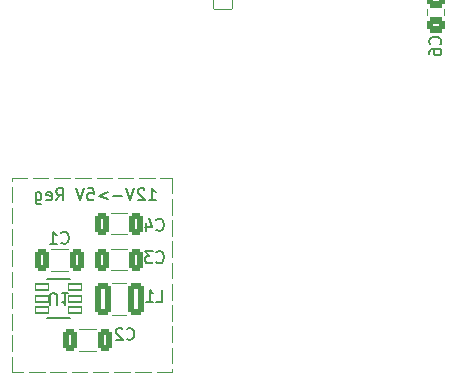
<source format=gbr>
%TF.GenerationSoftware,KiCad,Pcbnew,9.0.1*%
%TF.CreationDate,2025-05-07T09:52:16-04:00*%
%TF.ProjectId,BREAD_Slice,42524541-445f-4536-9c69-63655f686561,rev?*%
%TF.SameCoordinates,PX74eba40PY8552dc0*%
%TF.FileFunction,Legend,Bot*%
%TF.FilePolarity,Positive*%
%FSLAX46Y46*%
G04 Gerber Fmt 4.6, Leading zero omitted, Abs format (unit mm)*
G04 Created by KiCad (PCBNEW 9.0.1) date 2025-05-07 09:52:16*
%MOMM*%
%LPD*%
G01*
G04 APERTURE LIST*
G04 Aperture macros list*
%AMRoundRect*
0 Rectangle with rounded corners*
0 $1 Rounding radius*
0 $2 $3 $4 $5 $6 $7 $8 $9 X,Y pos of 4 corners*
0 Add a 4 corners polygon primitive as box body*
4,1,4,$2,$3,$4,$5,$6,$7,$8,$9,$2,$3,0*
0 Add four circle primitives for the rounded corners*
1,1,$1+$1,$2,$3*
1,1,$1+$1,$4,$5*
1,1,$1+$1,$6,$7*
1,1,$1+$1,$8,$9*
0 Add four rect primitives between the rounded corners*
20,1,$1+$1,$2,$3,$4,$5,0*
20,1,$1+$1,$4,$5,$6,$7,0*
20,1,$1+$1,$6,$7,$8,$9,0*
20,1,$1+$1,$8,$9,$2,$3,0*%
G04 Aperture macros list end*
%ADD10C,0.120000*%
%ADD11C,0.150000*%
%ADD12C,0.152400*%
%ADD13C,1.152588*%
%ADD14RoundRect,0.050000X-0.850000X-0.850000X0.850000X-0.850000X0.850000X0.850000X-0.850000X0.850000X0*%
%ADD15C,1.800000*%
%ADD16C,5.100000*%
%ADD17RoundRect,0.050000X-0.800000X-0.800000X0.800000X-0.800000X0.800000X0.800000X-0.800000X0.800000X0*%
%ADD18O,1.700000X1.700000*%
%ADD19RoundRect,0.050000X0.850000X-0.850000X0.850000X0.850000X-0.850000X0.850000X-0.850000X-0.850000X0*%
%ADD20RoundRect,0.050000X-0.850000X0.850000X-0.850000X-0.850000X0.850000X-0.850000X0.850000X0.850000X0*%
%ADD21RoundRect,0.050000X0.850000X0.850000X-0.850000X0.850000X-0.850000X-0.850000X0.850000X-0.850000X0*%
%ADD22RoundRect,0.271739X0.353261X0.678261X-0.353261X0.678261X-0.353261X-0.678261X0.353261X-0.678261X0*%
%ADD23RoundRect,0.271277X-0.503723X0.366223X-0.503723X-0.366223X0.503723X-0.366223X0.503723X0.366223X0*%
%ADD24RoundRect,0.271739X-0.353261X-0.678261X0.353261X-0.678261X0.353261X0.678261X-0.353261X0.678261X0*%
%ADD25RoundRect,0.050000X-0.552450X-0.254000X0.552450X-0.254000X0.552450X0.254000X-0.552450X0.254000X0*%
%ADD26RoundRect,0.270000X-0.405000X-1.105000X0.405000X-1.105000X0.405000X1.105000X-0.405000X1.105000X0*%
%ADD27C,1.600000*%
G04 APERTURE END LIST*
D10*
X2150000Y27284000D02*
X3470000Y27284000D01*
X3950000Y27284000D02*
X5270000Y27284000D01*
X5750000Y27284000D02*
X7070000Y27284000D01*
X7550000Y27284000D02*
X8870000Y27284000D01*
X9350000Y27284000D02*
X10670000Y27284000D01*
X11150000Y27284000D02*
X12470000Y27284000D01*
X12950000Y27284000D02*
X14270000Y27284000D01*
X14750000Y27284000D02*
X15750000Y27284000D01*
X15750000Y27284000D02*
X15750000Y25964000D01*
X15750000Y25484000D02*
X15750000Y24164000D01*
X15750000Y23684000D02*
X15750000Y22364000D01*
X15750000Y21884000D02*
X15750000Y20564000D01*
X15750000Y20084000D02*
X15750000Y18764000D01*
X15750000Y18284000D02*
X15750000Y16964000D01*
X15750000Y16484000D02*
X15750000Y15164000D01*
X15750000Y14684000D02*
X15750000Y13364000D01*
X15750000Y12884000D02*
X15750000Y11564000D01*
X15750000Y11084000D02*
X15750000Y10816000D01*
X15750000Y10816000D02*
X14430000Y10816000D01*
X13950000Y10816000D02*
X12630000Y10816000D01*
X12150000Y10816000D02*
X10830000Y10816000D01*
X10350000Y10816000D02*
X9030000Y10816000D01*
X8550000Y10816000D02*
X7230000Y10816000D01*
X6750000Y10816000D02*
X5430000Y10816000D01*
X4950000Y10816000D02*
X3630000Y10816000D01*
X3150000Y10816000D02*
X2150000Y10816000D01*
X2150000Y10816000D02*
X2150000Y12136000D01*
X2150000Y12616000D02*
X2150000Y13936000D01*
X2150000Y14416000D02*
X2150000Y15736000D01*
X2150000Y16216000D02*
X2150000Y17536000D01*
X2150000Y18016000D02*
X2150000Y19336000D01*
X2150000Y19816000D02*
X2150000Y21136000D01*
X2150000Y21616000D02*
X2150000Y22936000D01*
X2150000Y23416000D02*
X2150000Y24736000D01*
X2150000Y25216000D02*
X2150000Y26536000D01*
X2150000Y27016000D02*
X2150000Y27284000D01*
D11*
X13773809Y25375181D02*
X14345237Y25375181D01*
X14059523Y25375181D02*
X14059523Y26375181D01*
X14059523Y26375181D02*
X14154761Y26232324D01*
X14154761Y26232324D02*
X14249999Y26137086D01*
X14249999Y26137086D02*
X14345237Y26089467D01*
X13392856Y26279943D02*
X13345237Y26327562D01*
X13345237Y26327562D02*
X13249999Y26375181D01*
X13249999Y26375181D02*
X13011904Y26375181D01*
X13011904Y26375181D02*
X12916666Y26327562D01*
X12916666Y26327562D02*
X12869047Y26279943D01*
X12869047Y26279943D02*
X12821428Y26184705D01*
X12821428Y26184705D02*
X12821428Y26089467D01*
X12821428Y26089467D02*
X12869047Y25946610D01*
X12869047Y25946610D02*
X13440475Y25375181D01*
X13440475Y25375181D02*
X12821428Y25375181D01*
X12535713Y26375181D02*
X12202380Y25375181D01*
X12202380Y25375181D02*
X11869047Y26375181D01*
X11535713Y25756134D02*
X10773809Y25756134D01*
X10297618Y26041848D02*
X9535714Y25756134D01*
X9535714Y25756134D02*
X10297618Y25470420D01*
X8583333Y26375181D02*
X9059523Y26375181D01*
X9059523Y26375181D02*
X9107142Y25898991D01*
X9107142Y25898991D02*
X9059523Y25946610D01*
X9059523Y25946610D02*
X8964285Y25994229D01*
X8964285Y25994229D02*
X8726190Y25994229D01*
X8726190Y25994229D02*
X8630952Y25946610D01*
X8630952Y25946610D02*
X8583333Y25898991D01*
X8583333Y25898991D02*
X8535714Y25803753D01*
X8535714Y25803753D02*
X8535714Y25565658D01*
X8535714Y25565658D02*
X8583333Y25470420D01*
X8583333Y25470420D02*
X8630952Y25422800D01*
X8630952Y25422800D02*
X8726190Y25375181D01*
X8726190Y25375181D02*
X8964285Y25375181D01*
X8964285Y25375181D02*
X9059523Y25422800D01*
X9059523Y25422800D02*
X9107142Y25470420D01*
X8249999Y26375181D02*
X7916666Y25375181D01*
X7916666Y25375181D02*
X7583333Y26375181D01*
X5916666Y25375181D02*
X6249999Y25851372D01*
X6488094Y25375181D02*
X6488094Y26375181D01*
X6488094Y26375181D02*
X6107142Y26375181D01*
X6107142Y26375181D02*
X6011904Y26327562D01*
X6011904Y26327562D02*
X5964285Y26279943D01*
X5964285Y26279943D02*
X5916666Y26184705D01*
X5916666Y26184705D02*
X5916666Y26041848D01*
X5916666Y26041848D02*
X5964285Y25946610D01*
X5964285Y25946610D02*
X6011904Y25898991D01*
X6011904Y25898991D02*
X6107142Y25851372D01*
X6107142Y25851372D02*
X6488094Y25851372D01*
X5107142Y25422800D02*
X5202380Y25375181D01*
X5202380Y25375181D02*
X5392856Y25375181D01*
X5392856Y25375181D02*
X5488094Y25422800D01*
X5488094Y25422800D02*
X5535713Y25518039D01*
X5535713Y25518039D02*
X5535713Y25898991D01*
X5535713Y25898991D02*
X5488094Y25994229D01*
X5488094Y25994229D02*
X5392856Y26041848D01*
X5392856Y26041848D02*
X5202380Y26041848D01*
X5202380Y26041848D02*
X5107142Y25994229D01*
X5107142Y25994229D02*
X5059523Y25898991D01*
X5059523Y25898991D02*
X5059523Y25803753D01*
X5059523Y25803753D02*
X5535713Y25708515D01*
X4202380Y26041848D02*
X4202380Y25232324D01*
X4202380Y25232324D02*
X4249999Y25137086D01*
X4249999Y25137086D02*
X4297618Y25089467D01*
X4297618Y25089467D02*
X4392856Y25041848D01*
X4392856Y25041848D02*
X4535713Y25041848D01*
X4535713Y25041848D02*
X4630951Y25089467D01*
X4202380Y25422800D02*
X4297618Y25375181D01*
X4297618Y25375181D02*
X4488094Y25375181D01*
X4488094Y25375181D02*
X4583332Y25422800D01*
X4583332Y25422800D02*
X4630951Y25470420D01*
X4630951Y25470420D02*
X4678570Y25565658D01*
X4678570Y25565658D02*
X4678570Y25851372D01*
X4678570Y25851372D02*
X4630951Y25946610D01*
X4630951Y25946610D02*
X4583332Y25994229D01*
X4583332Y25994229D02*
X4488094Y26041848D01*
X4488094Y26041848D02*
X4297618Y26041848D01*
X4297618Y26041848D02*
X4202380Y25994229D01*
X11916666Y13640420D02*
X11964285Y13592800D01*
X11964285Y13592800D02*
X12107142Y13545181D01*
X12107142Y13545181D02*
X12202380Y13545181D01*
X12202380Y13545181D02*
X12345237Y13592800D01*
X12345237Y13592800D02*
X12440475Y13688039D01*
X12440475Y13688039D02*
X12488094Y13783277D01*
X12488094Y13783277D02*
X12535713Y13973753D01*
X12535713Y13973753D02*
X12535713Y14116610D01*
X12535713Y14116610D02*
X12488094Y14307086D01*
X12488094Y14307086D02*
X12440475Y14402324D01*
X12440475Y14402324D02*
X12345237Y14497562D01*
X12345237Y14497562D02*
X12202380Y14545181D01*
X12202380Y14545181D02*
X12107142Y14545181D01*
X12107142Y14545181D02*
X11964285Y14497562D01*
X11964285Y14497562D02*
X11916666Y14449943D01*
X11535713Y14449943D02*
X11488094Y14497562D01*
X11488094Y14497562D02*
X11392856Y14545181D01*
X11392856Y14545181D02*
X11154761Y14545181D01*
X11154761Y14545181D02*
X11059523Y14497562D01*
X11059523Y14497562D02*
X11011904Y14449943D01*
X11011904Y14449943D02*
X10964285Y14354705D01*
X10964285Y14354705D02*
X10964285Y14259467D01*
X10964285Y14259467D02*
X11011904Y14116610D01*
X11011904Y14116610D02*
X11583332Y13545181D01*
X11583332Y13545181D02*
X10964285Y13545181D01*
X38419580Y38586667D02*
X38467200Y38634286D01*
X38467200Y38634286D02*
X38514819Y38777143D01*
X38514819Y38777143D02*
X38514819Y38872381D01*
X38514819Y38872381D02*
X38467200Y39015238D01*
X38467200Y39015238D02*
X38371961Y39110476D01*
X38371961Y39110476D02*
X38276723Y39158095D01*
X38276723Y39158095D02*
X38086247Y39205714D01*
X38086247Y39205714D02*
X37943390Y39205714D01*
X37943390Y39205714D02*
X37752914Y39158095D01*
X37752914Y39158095D02*
X37657676Y39110476D01*
X37657676Y39110476D02*
X37562438Y39015238D01*
X37562438Y39015238D02*
X37514819Y38872381D01*
X37514819Y38872381D02*
X37514819Y38777143D01*
X37514819Y38777143D02*
X37562438Y38634286D01*
X37562438Y38634286D02*
X37610057Y38586667D01*
X37514819Y37729524D02*
X37514819Y37920000D01*
X37514819Y37920000D02*
X37562438Y38015238D01*
X37562438Y38015238D02*
X37610057Y38062857D01*
X37610057Y38062857D02*
X37752914Y38158095D01*
X37752914Y38158095D02*
X37943390Y38205714D01*
X37943390Y38205714D02*
X38324342Y38205714D01*
X38324342Y38205714D02*
X38419580Y38158095D01*
X38419580Y38158095D02*
X38467200Y38110476D01*
X38467200Y38110476D02*
X38514819Y38015238D01*
X38514819Y38015238D02*
X38514819Y37824762D01*
X38514819Y37824762D02*
X38467200Y37729524D01*
X38467200Y37729524D02*
X38419580Y37681905D01*
X38419580Y37681905D02*
X38324342Y37634286D01*
X38324342Y37634286D02*
X38086247Y37634286D01*
X38086247Y37634286D02*
X37991009Y37681905D01*
X37991009Y37681905D02*
X37943390Y37729524D01*
X37943390Y37729524D02*
X37895771Y37824762D01*
X37895771Y37824762D02*
X37895771Y38015238D01*
X37895771Y38015238D02*
X37943390Y38110476D01*
X37943390Y38110476D02*
X37991009Y38158095D01*
X37991009Y38158095D02*
X38086247Y38205714D01*
X14416666Y22890420D02*
X14464285Y22842800D01*
X14464285Y22842800D02*
X14607142Y22795181D01*
X14607142Y22795181D02*
X14702380Y22795181D01*
X14702380Y22795181D02*
X14845237Y22842800D01*
X14845237Y22842800D02*
X14940475Y22938039D01*
X14940475Y22938039D02*
X14988094Y23033277D01*
X14988094Y23033277D02*
X15035713Y23223753D01*
X15035713Y23223753D02*
X15035713Y23366610D01*
X15035713Y23366610D02*
X14988094Y23557086D01*
X14988094Y23557086D02*
X14940475Y23652324D01*
X14940475Y23652324D02*
X14845237Y23747562D01*
X14845237Y23747562D02*
X14702380Y23795181D01*
X14702380Y23795181D02*
X14607142Y23795181D01*
X14607142Y23795181D02*
X14464285Y23747562D01*
X14464285Y23747562D02*
X14416666Y23699943D01*
X13559523Y23461848D02*
X13559523Y22795181D01*
X13797618Y23842800D02*
X14035713Y23128515D01*
X14035713Y23128515D02*
X13416666Y23128515D01*
X5388095Y16499820D02*
X5388095Y17309343D01*
X5388095Y17309343D02*
X5435714Y17404581D01*
X5435714Y17404581D02*
X5483333Y17452200D01*
X5483333Y17452200D02*
X5578571Y17499820D01*
X5578571Y17499820D02*
X5769047Y17499820D01*
X5769047Y17499820D02*
X5864285Y17452200D01*
X5864285Y17452200D02*
X5911904Y17404581D01*
X5911904Y17404581D02*
X5959523Y17309343D01*
X5959523Y17309343D02*
X5959523Y16499820D01*
X6959523Y17499820D02*
X6388095Y17499820D01*
X6673809Y17499820D02*
X6673809Y16499820D01*
X6673809Y16499820D02*
X6578571Y16642677D01*
X6578571Y16642677D02*
X6483333Y16737915D01*
X6483333Y16737915D02*
X6388095Y16785534D01*
X14416666Y20140420D02*
X14464285Y20092800D01*
X14464285Y20092800D02*
X14607142Y20045181D01*
X14607142Y20045181D02*
X14702380Y20045181D01*
X14702380Y20045181D02*
X14845237Y20092800D01*
X14845237Y20092800D02*
X14940475Y20188039D01*
X14940475Y20188039D02*
X14988094Y20283277D01*
X14988094Y20283277D02*
X15035713Y20473753D01*
X15035713Y20473753D02*
X15035713Y20616610D01*
X15035713Y20616610D02*
X14988094Y20807086D01*
X14988094Y20807086D02*
X14940475Y20902324D01*
X14940475Y20902324D02*
X14845237Y20997562D01*
X14845237Y20997562D02*
X14702380Y21045181D01*
X14702380Y21045181D02*
X14607142Y21045181D01*
X14607142Y21045181D02*
X14464285Y20997562D01*
X14464285Y20997562D02*
X14416666Y20949943D01*
X14083332Y21045181D02*
X13464285Y21045181D01*
X13464285Y21045181D02*
X13797618Y20664229D01*
X13797618Y20664229D02*
X13654761Y20664229D01*
X13654761Y20664229D02*
X13559523Y20616610D01*
X13559523Y20616610D02*
X13511904Y20568991D01*
X13511904Y20568991D02*
X13464285Y20473753D01*
X13464285Y20473753D02*
X13464285Y20235658D01*
X13464285Y20235658D02*
X13511904Y20140420D01*
X13511904Y20140420D02*
X13559523Y20092800D01*
X13559523Y20092800D02*
X13654761Y20045181D01*
X13654761Y20045181D02*
X13940475Y20045181D01*
X13940475Y20045181D02*
X14035713Y20092800D01*
X14035713Y20092800D02*
X14083332Y20140420D01*
X6366666Y21790420D02*
X6414285Y21742800D01*
X6414285Y21742800D02*
X6557142Y21695181D01*
X6557142Y21695181D02*
X6652380Y21695181D01*
X6652380Y21695181D02*
X6795237Y21742800D01*
X6795237Y21742800D02*
X6890475Y21838039D01*
X6890475Y21838039D02*
X6938094Y21933277D01*
X6938094Y21933277D02*
X6985713Y22123753D01*
X6985713Y22123753D02*
X6985713Y22266610D01*
X6985713Y22266610D02*
X6938094Y22457086D01*
X6938094Y22457086D02*
X6890475Y22552324D01*
X6890475Y22552324D02*
X6795237Y22647562D01*
X6795237Y22647562D02*
X6652380Y22695181D01*
X6652380Y22695181D02*
X6557142Y22695181D01*
X6557142Y22695181D02*
X6414285Y22647562D01*
X6414285Y22647562D02*
X6366666Y22599943D01*
X5414285Y21695181D02*
X5985713Y21695181D01*
X5699999Y21695181D02*
X5699999Y22695181D01*
X5699999Y22695181D02*
X5795237Y22552324D01*
X5795237Y22552324D02*
X5890475Y22457086D01*
X5890475Y22457086D02*
X5985713Y22409467D01*
X14416666Y16795181D02*
X14892856Y16795181D01*
X14892856Y16795181D02*
X14892856Y17795181D01*
X13559523Y16795181D02*
X14130951Y16795181D01*
X13845237Y16795181D02*
X13845237Y17795181D01*
X13845237Y17795181D02*
X13940475Y17652324D01*
X13940475Y17652324D02*
X14035713Y17557086D01*
X14035713Y17557086D02*
X14130951Y17509467D01*
D10*
%TO.C,C2*%
X9261252Y14455000D02*
X7838748Y14455000D01*
X9261252Y12635000D02*
X7838748Y12635000D01*
%TO.C,C6*%
X37315000Y41548752D02*
X37315000Y41026248D01*
X38785000Y41548752D02*
X38785000Y41026248D01*
%TO.C,C4*%
X10538748Y24310000D02*
X11961252Y24310000D01*
X10538748Y22490000D02*
X11961252Y22490000D01*
D12*
%TO.C,U1*%
X5172100Y18670600D02*
X7127900Y18670600D01*
X7127900Y15419400D02*
X5172100Y15419400D01*
D10*
%TO.C,C3*%
X10538748Y21255000D02*
X11961252Y21255000D01*
X10538748Y19435000D02*
X11961252Y19435000D01*
%TO.C,C1*%
X6911252Y21210000D02*
X5488748Y21210000D01*
X6911252Y19390000D02*
X5488748Y19390000D01*
%TO.C,L1*%
X10647936Y18405000D02*
X11852064Y18405000D01*
X10647936Y15685000D02*
X11852064Y15685000D01*
%TD*%
%LPC*%
D13*
X56136294Y54950000D02*
G75*
G02*
X54983706Y54950000I-576294J0D01*
G01*
X54983706Y54950000D02*
G75*
G02*
X56136294Y54950000I576294J0D01*
G01*
X58676294Y47330000D02*
G75*
G02*
X57523706Y47330000I-576294J0D01*
G01*
X57523706Y47330000D02*
G75*
G02*
X58676294Y47330000I576294J0D01*
G01*
X33276294Y90510000D02*
G75*
G02*
X32123706Y90510000I-576294J0D01*
G01*
X32123706Y90510000D02*
G75*
G02*
X33276294Y90510000I576294J0D01*
G01*
X53596294Y72730000D02*
G75*
G02*
X52443706Y72730000I-576294J0D01*
G01*
X52443706Y72730000D02*
G75*
G02*
X53596294Y72730000I576294J0D01*
G01*
X48516294Y80350000D02*
G75*
G02*
X47363706Y80350000I-576294J0D01*
G01*
X47363706Y80350000D02*
G75*
G02*
X48516294Y80350000I576294J0D01*
G01*
X10416294Y80350000D02*
G75*
G02*
X9263706Y80350000I-576294J0D01*
G01*
X9263706Y80350000D02*
G75*
G02*
X10416294Y80350000I576294J0D01*
G01*
X56136294Y49870000D02*
G75*
G02*
X54983706Y49870000I-576294J0D01*
G01*
X54983706Y49870000D02*
G75*
G02*
X56136294Y49870000I576294J0D01*
G01*
X25656294Y80350000D02*
G75*
G02*
X24503706Y80350000I-576294J0D01*
G01*
X24503706Y80350000D02*
G75*
G02*
X25656294Y80350000I576294J0D01*
G01*
X61216294Y54950000D02*
G75*
G02*
X60063706Y54950000I-576294J0D01*
G01*
X60063706Y54950000D02*
G75*
G02*
X61216294Y54950000I576294J0D01*
G01*
X48516294Y90510000D02*
G75*
G02*
X47363706Y90510000I-576294J0D01*
G01*
X47363706Y90510000D02*
G75*
G02*
X48516294Y90510000I576294J0D01*
G01*
X63756294Y87970000D02*
G75*
G02*
X62603706Y87970000I-576294J0D01*
G01*
X62603706Y87970000D02*
G75*
G02*
X63756294Y87970000I576294J0D01*
G01*
X68836294Y37170000D02*
G75*
G02*
X67683706Y37170000I-576294J0D01*
G01*
X67683706Y37170000D02*
G75*
G02*
X68836294Y37170000I576294J0D01*
G01*
X51056294Y85430000D02*
G75*
G02*
X49903706Y85430000I-576294J0D01*
G01*
X49903706Y85430000D02*
G75*
G02*
X51056294Y85430000I576294J0D01*
G01*
X61216294Y80350000D02*
G75*
G02*
X60063706Y80350000I-576294J0D01*
G01*
X60063706Y80350000D02*
G75*
G02*
X61216294Y80350000I576294J0D01*
G01*
X58676294Y11770000D02*
G75*
G02*
X57523706Y11770000I-576294J0D01*
G01*
X57523706Y11770000D02*
G75*
G02*
X58676294Y11770000I576294J0D01*
G01*
X18036294Y70190000D02*
G75*
G02*
X16883706Y70190000I-576294J0D01*
G01*
X16883706Y70190000D02*
G75*
G02*
X18036294Y70190000I576294J0D01*
G01*
X53596294Y37170000D02*
G75*
G02*
X52443706Y37170000I-576294J0D01*
G01*
X52443706Y37170000D02*
G75*
G02*
X53596294Y37170000I576294J0D01*
G01*
X30736294Y70190000D02*
G75*
G02*
X29583706Y70190000I-576294J0D01*
G01*
X29583706Y70190000D02*
G75*
G02*
X30736294Y70190000I576294J0D01*
G01*
X68836294Y72730000D02*
G75*
G02*
X67683706Y72730000I-576294J0D01*
G01*
X67683706Y72730000D02*
G75*
G02*
X68836294Y72730000I576294J0D01*
G01*
X43436294Y67650000D02*
G75*
G02*
X42283706Y67650000I-576294J0D01*
G01*
X42283706Y67650000D02*
G75*
G02*
X43436294Y67650000I576294J0D01*
G01*
X23116294Y72730000D02*
G75*
G02*
X21963706Y72730000I-576294J0D01*
G01*
X21963706Y72730000D02*
G75*
G02*
X23116294Y72730000I576294J0D01*
G01*
X5338882Y87970000D02*
G75*
G02*
X4186294Y87970000I-576294J0D01*
G01*
X4186294Y87970000D02*
G75*
G02*
X5338882Y87970000I576294J0D01*
G01*
X40896294Y93050000D02*
G75*
G02*
X39743706Y93050000I-576294J0D01*
G01*
X39743706Y93050000D02*
G75*
G02*
X40896294Y93050000I576294J0D01*
G01*
X28196294Y85430000D02*
G75*
G02*
X27043706Y85430000I-576294J0D01*
G01*
X27043706Y85430000D02*
G75*
G02*
X28196294Y85430000I576294J0D01*
G01*
X56136294Y90510000D02*
G75*
G02*
X54983706Y90510000I-576294J0D01*
G01*
X54983706Y90510000D02*
G75*
G02*
X56136294Y90510000I576294J0D01*
G01*
X15496294Y90510000D02*
G75*
G02*
X14343706Y90510000I-576294J0D01*
G01*
X14343706Y90510000D02*
G75*
G02*
X15496294Y90510000I576294J0D01*
G01*
X30736294Y72730000D02*
G75*
G02*
X29583706Y72730000I-576294J0D01*
G01*
X29583706Y72730000D02*
G75*
G02*
X30736294Y72730000I576294J0D01*
G01*
X58676294Y52410000D02*
G75*
G02*
X57523706Y52410000I-576294J0D01*
G01*
X57523706Y52410000D02*
G75*
G02*
X58676294Y52410000I576294J0D01*
G01*
X51056294Y90510000D02*
G75*
G02*
X49903706Y90510000I-576294J0D01*
G01*
X49903706Y90510000D02*
G75*
G02*
X51056294Y90510000I576294J0D01*
G01*
X43436294Y75270000D02*
G75*
G02*
X42283706Y75270000I-576294J0D01*
G01*
X42283706Y75270000D02*
G75*
G02*
X43436294Y75270000I576294J0D01*
G01*
X15496294Y80350000D02*
G75*
G02*
X14343706Y80350000I-576294J0D01*
G01*
X14343706Y80350000D02*
G75*
G02*
X15496294Y80350000I576294J0D01*
G01*
X38356294Y72730000D02*
G75*
G02*
X37203706Y72730000I-576294J0D01*
G01*
X37203706Y72730000D02*
G75*
G02*
X38356294Y72730000I576294J0D01*
G01*
X58676294Y80350000D02*
G75*
G02*
X57523706Y80350000I-576294J0D01*
G01*
X57523706Y80350000D02*
G75*
G02*
X58676294Y80350000I576294J0D01*
G01*
X58676294Y75270000D02*
G75*
G02*
X57523706Y75270000I-576294J0D01*
G01*
X57523706Y75270000D02*
G75*
G02*
X58676294Y75270000I576294J0D01*
G01*
X66296294Y85430000D02*
G75*
G02*
X65143706Y85430000I-576294J0D01*
G01*
X65143706Y85430000D02*
G75*
G02*
X66296294Y85430000I576294J0D01*
G01*
X33276294Y75270000D02*
G75*
G02*
X32123706Y75270000I-576294J0D01*
G01*
X32123706Y75270000D02*
G75*
G02*
X33276294Y75270000I576294J0D01*
G01*
X25656294Y95590000D02*
G75*
G02*
X24503706Y95590000I-576294J0D01*
G01*
X24503706Y95590000D02*
G75*
G02*
X25656294Y95590000I576294J0D01*
G01*
X68836294Y14310000D02*
G75*
G02*
X67683706Y14310000I-576294J0D01*
G01*
X67683706Y14310000D02*
G75*
G02*
X68836294Y14310000I576294J0D01*
G01*
X30736294Y80350000D02*
G75*
G02*
X29583706Y80350000I-576294J0D01*
G01*
X29583706Y80350000D02*
G75*
G02*
X30736294Y80350000I576294J0D01*
G01*
X33276294Y77810000D02*
G75*
G02*
X32123706Y77810000I-576294J0D01*
G01*
X32123706Y77810000D02*
G75*
G02*
X33276294Y77810000I576294J0D01*
G01*
X43436294Y85430000D02*
G75*
G02*
X42283706Y85430000I-576294J0D01*
G01*
X42283706Y85430000D02*
G75*
G02*
X43436294Y85430000I576294J0D01*
G01*
X53596294Y21930000D02*
G75*
G02*
X52443706Y21930000I-576294J0D01*
G01*
X52443706Y21930000D02*
G75*
G02*
X53596294Y21930000I576294J0D01*
G01*
X61216294Y62570000D02*
G75*
G02*
X60063706Y62570000I-576294J0D01*
G01*
X60063706Y62570000D02*
G75*
G02*
X61216294Y62570000I576294J0D01*
G01*
X53596294Y87970000D02*
G75*
G02*
X52443706Y87970000I-576294J0D01*
G01*
X52443706Y87970000D02*
G75*
G02*
X53596294Y87970000I576294J0D01*
G01*
X58676294Y19390000D02*
G75*
G02*
X57523706Y19390000I-576294J0D01*
G01*
X57523706Y19390000D02*
G75*
G02*
X58676294Y19390000I576294J0D01*
G01*
X15496294Y95590000D02*
G75*
G02*
X14343706Y95590000I-576294J0D01*
G01*
X14343706Y95590000D02*
G75*
G02*
X15496294Y95590000I576294J0D01*
G01*
X63756294Y21930000D02*
G75*
G02*
X62603706Y21930000I-576294J0D01*
G01*
X62603706Y21930000D02*
G75*
G02*
X63756294Y21930000I576294J0D01*
G01*
X58676294Y49870000D02*
G75*
G02*
X57523706Y49870000I-576294J0D01*
G01*
X57523706Y49870000D02*
G75*
G02*
X58676294Y49870000I576294J0D01*
G01*
X66296294Y39710000D02*
G75*
G02*
X65143706Y39710000I-576294J0D01*
G01*
X65143706Y39710000D02*
G75*
G02*
X66296294Y39710000I576294J0D01*
G01*
X68836294Y42250000D02*
G75*
G02*
X67683706Y42250000I-576294J0D01*
G01*
X67683706Y42250000D02*
G75*
G02*
X68836294Y42250000I576294J0D01*
G01*
X48516294Y87970000D02*
G75*
G02*
X47363706Y87970000I-576294J0D01*
G01*
X47363706Y87970000D02*
G75*
G02*
X48516294Y87970000I576294J0D01*
G01*
X68836294Y39710000D02*
G75*
G02*
X67683706Y39710000I-576294J0D01*
G01*
X67683706Y39710000D02*
G75*
G02*
X68836294Y39710000I576294J0D01*
G01*
X30736294Y95590000D02*
G75*
G02*
X29583706Y95590000I-576294J0D01*
G01*
X29583706Y95590000D02*
G75*
G02*
X30736294Y95590000I576294J0D01*
G01*
X66296294Y62570000D02*
G75*
G02*
X65143706Y62570000I-576294J0D01*
G01*
X65143706Y62570000D02*
G75*
G02*
X66296294Y62570000I576294J0D01*
G01*
X7878882Y80350000D02*
G75*
G02*
X6726294Y80350000I-576294J0D01*
G01*
X6726294Y80350000D02*
G75*
G02*
X7878882Y80350000I576294J0D01*
G01*
X66296294Y60030000D02*
G75*
G02*
X65143706Y60030000I-576294J0D01*
G01*
X65143706Y60030000D02*
G75*
G02*
X66296294Y60030000I576294J0D01*
G01*
X12956294Y70190000D02*
G75*
G02*
X11803706Y70190000I-576294J0D01*
G01*
X11803706Y70190000D02*
G75*
G02*
X12956294Y70190000I576294J0D01*
G01*
X63756294Y19390000D02*
G75*
G02*
X62603706Y19390000I-576294J0D01*
G01*
X62603706Y19390000D02*
G75*
G02*
X63756294Y19390000I576294J0D01*
G01*
X20576294Y95590000D02*
G75*
G02*
X19423706Y95590000I-576294J0D01*
G01*
X19423706Y95590000D02*
G75*
G02*
X20576294Y95590000I576294J0D01*
G01*
X58676294Y87970000D02*
G75*
G02*
X57523706Y87970000I-576294J0D01*
G01*
X57523706Y87970000D02*
G75*
G02*
X58676294Y87970000I576294J0D01*
G01*
X68836294Y47330000D02*
G75*
G02*
X67683706Y47330000I-576294J0D01*
G01*
X67683706Y47330000D02*
G75*
G02*
X68836294Y47330000I576294J0D01*
G01*
X45976294Y95590000D02*
G75*
G02*
X44823706Y95590000I-576294J0D01*
G01*
X44823706Y95590000D02*
G75*
G02*
X45976294Y95590000I576294J0D01*
G01*
X38356294Y70190000D02*
G75*
G02*
X37203706Y70190000I-576294J0D01*
G01*
X37203706Y70190000D02*
G75*
G02*
X38356294Y70190000I576294J0D01*
G01*
X40896294Y65110000D02*
G75*
G02*
X39743706Y65110000I-576294J0D01*
G01*
X39743706Y65110000D02*
G75*
G02*
X40896294Y65110000I576294J0D01*
G01*
X53596294Y62570000D02*
G75*
G02*
X52443706Y62570000I-576294J0D01*
G01*
X52443706Y62570000D02*
G75*
G02*
X53596294Y62570000I576294J0D01*
G01*
X28196294Y75270000D02*
G75*
G02*
X27043706Y75270000I-576294J0D01*
G01*
X27043706Y75270000D02*
G75*
G02*
X28196294Y75270000I576294J0D01*
G01*
X12956294Y90510000D02*
G75*
G02*
X11803706Y90510000I-576294J0D01*
G01*
X11803706Y90510000D02*
G75*
G02*
X12956294Y90510000I576294J0D01*
G01*
X66296294Y24470000D02*
G75*
G02*
X65143706Y24470000I-576294J0D01*
G01*
X65143706Y24470000D02*
G75*
G02*
X66296294Y24470000I576294J0D01*
G01*
X53596294Y65110000D02*
G75*
G02*
X52443706Y65110000I-576294J0D01*
G01*
X52443706Y65110000D02*
G75*
G02*
X53596294Y65110000I576294J0D01*
G01*
X68836294Y11770000D02*
G75*
G02*
X67683706Y11770000I-576294J0D01*
G01*
X67683706Y11770000D02*
G75*
G02*
X68836294Y11770000I576294J0D01*
G01*
X15496294Y72730000D02*
G75*
G02*
X14343706Y72730000I-576294J0D01*
G01*
X14343706Y72730000D02*
G75*
G02*
X15496294Y72730000I576294J0D01*
G01*
X58676294Y67650000D02*
G75*
G02*
X57523706Y67650000I-576294J0D01*
G01*
X57523706Y67650000D02*
G75*
G02*
X58676294Y67650000I576294J0D01*
G01*
X25656294Y65110000D02*
G75*
G02*
X24503706Y65110000I-576294J0D01*
G01*
X24503706Y65110000D02*
G75*
G02*
X25656294Y65110000I576294J0D01*
G01*
X58676294Y54950000D02*
G75*
G02*
X57523706Y54950000I-576294J0D01*
G01*
X57523706Y54950000D02*
G75*
G02*
X58676294Y54950000I576294J0D01*
G01*
X30736294Y82890000D02*
G75*
G02*
X29583706Y82890000I-576294J0D01*
G01*
X29583706Y82890000D02*
G75*
G02*
X30736294Y82890000I576294J0D01*
G01*
X48516294Y65110000D02*
G75*
G02*
X47363706Y65110000I-576294J0D01*
G01*
X47363706Y65110000D02*
G75*
G02*
X48516294Y65110000I576294J0D01*
G01*
X63756294Y65110000D02*
G75*
G02*
X62603706Y65110000I-576294J0D01*
G01*
X62603706Y65110000D02*
G75*
G02*
X63756294Y65110000I576294J0D01*
G01*
X68836294Y82890000D02*
G75*
G02*
X67683706Y82890000I-576294J0D01*
G01*
X67683706Y82890000D02*
G75*
G02*
X68836294Y82890000I576294J0D01*
G01*
X33276294Y72730000D02*
G75*
G02*
X32123706Y72730000I-576294J0D01*
G01*
X32123706Y72730000D02*
G75*
G02*
X33276294Y72730000I576294J0D01*
G01*
X40896294Y82890000D02*
G75*
G02*
X39743706Y82890000I-576294J0D01*
G01*
X39743706Y82890000D02*
G75*
G02*
X40896294Y82890000I576294J0D01*
G01*
X63756294Y39710000D02*
G75*
G02*
X62603706Y39710000I-576294J0D01*
G01*
X62603706Y39710000D02*
G75*
G02*
X63756294Y39710000I576294J0D01*
G01*
X56136294Y39710000D02*
G75*
G02*
X54983706Y39710000I-576294J0D01*
G01*
X54983706Y39710000D02*
G75*
G02*
X56136294Y39710000I576294J0D01*
G01*
X23116294Y95590000D02*
G75*
G02*
X21963706Y95590000I-576294J0D01*
G01*
X21963706Y95590000D02*
G75*
G02*
X23116294Y95590000I576294J0D01*
G01*
X30736294Y93050000D02*
G75*
G02*
X29583706Y93050000I-576294J0D01*
G01*
X29583706Y93050000D02*
G75*
G02*
X30736294Y93050000I576294J0D01*
G01*
X48516294Y67650000D02*
G75*
G02*
X47363706Y67650000I-576294J0D01*
G01*
X47363706Y67650000D02*
G75*
G02*
X48516294Y67650000I576294J0D01*
G01*
X28196294Y65110000D02*
G75*
G02*
X27043706Y65110000I-576294J0D01*
G01*
X27043706Y65110000D02*
G75*
G02*
X28196294Y65110000I576294J0D01*
G01*
X20576294Y87970000D02*
G75*
G02*
X19423706Y87970000I-576294J0D01*
G01*
X19423706Y87970000D02*
G75*
G02*
X20576294Y87970000I576294J0D01*
G01*
X63756294Y52410000D02*
G75*
G02*
X62603706Y52410000I-576294J0D01*
G01*
X62603706Y52410000D02*
G75*
G02*
X63756294Y52410000I576294J0D01*
G01*
X68836294Y27010000D02*
G75*
G02*
X67683706Y27010000I-576294J0D01*
G01*
X67683706Y27010000D02*
G75*
G02*
X68836294Y27010000I576294J0D01*
G01*
X25656294Y75270000D02*
G75*
G02*
X24503706Y75270000I-576294J0D01*
G01*
X24503706Y75270000D02*
G75*
G02*
X25656294Y75270000I576294J0D01*
G01*
X56136294Y24470000D02*
G75*
G02*
X54983706Y24470000I-576294J0D01*
G01*
X54983706Y24470000D02*
G75*
G02*
X56136294Y24470000I576294J0D01*
G01*
X61216294Y19390000D02*
G75*
G02*
X60063706Y19390000I-576294J0D01*
G01*
X60063706Y19390000D02*
G75*
G02*
X61216294Y19390000I576294J0D01*
G01*
X33276294Y93050000D02*
G75*
G02*
X32123706Y93050000I-576294J0D01*
G01*
X32123706Y93050000D02*
G75*
G02*
X33276294Y93050000I576294J0D01*
G01*
X43436294Y65110000D02*
G75*
G02*
X42283706Y65110000I-576294J0D01*
G01*
X42283706Y65110000D02*
G75*
G02*
X43436294Y65110000I576294J0D01*
G01*
X7878882Y82890000D02*
G75*
G02*
X6726294Y82890000I-576294J0D01*
G01*
X6726294Y82890000D02*
G75*
G02*
X7878882Y82890000I576294J0D01*
G01*
X63756294Y24470000D02*
G75*
G02*
X62603706Y24470000I-576294J0D01*
G01*
X62603706Y24470000D02*
G75*
G02*
X63756294Y24470000I576294J0D01*
G01*
X45976294Y70190000D02*
G75*
G02*
X44823706Y70190000I-576294J0D01*
G01*
X44823706Y70190000D02*
G75*
G02*
X45976294Y70190000I576294J0D01*
G01*
X20576294Y72730000D02*
G75*
G02*
X19423706Y72730000I-576294J0D01*
G01*
X19423706Y72730000D02*
G75*
G02*
X20576294Y72730000I576294J0D01*
G01*
X40896294Y77810000D02*
G75*
G02*
X39743706Y77810000I-576294J0D01*
G01*
X39743706Y77810000D02*
G75*
G02*
X40896294Y77810000I576294J0D01*
G01*
X68836294Y29550000D02*
G75*
G02*
X67683706Y29550000I-576294J0D01*
G01*
X67683706Y29550000D02*
G75*
G02*
X68836294Y29550000I576294J0D01*
G01*
X35816294Y98130000D02*
G75*
G02*
X34663706Y98130000I-576294J0D01*
G01*
X34663706Y98130000D02*
G75*
G02*
X35816294Y98130000I576294J0D01*
G01*
X58676294Y72730000D02*
G75*
G02*
X57523706Y72730000I-576294J0D01*
G01*
X57523706Y72730000D02*
G75*
G02*
X58676294Y72730000I576294J0D01*
G01*
X61216294Y67650000D02*
G75*
G02*
X60063706Y67650000I-576294J0D01*
G01*
X60063706Y67650000D02*
G75*
G02*
X61216294Y67650000I576294J0D01*
G01*
X28196294Y82890000D02*
G75*
G02*
X27043706Y82890000I-576294J0D01*
G01*
X27043706Y82890000D02*
G75*
G02*
X28196294Y82890000I576294J0D01*
G01*
X61216294Y75270000D02*
G75*
G02*
X60063706Y75270000I-576294J0D01*
G01*
X60063706Y75270000D02*
G75*
G02*
X61216294Y75270000I576294J0D01*
G01*
X61216294Y47330000D02*
G75*
G02*
X60063706Y47330000I-576294J0D01*
G01*
X60063706Y47330000D02*
G75*
G02*
X61216294Y47330000I576294J0D01*
G01*
X66296294Y32090000D02*
G75*
G02*
X65143706Y32090000I-576294J0D01*
G01*
X65143706Y32090000D02*
G75*
G02*
X66296294Y32090000I576294J0D01*
G01*
X68836294Y49870000D02*
G75*
G02*
X67683706Y49870000I-576294J0D01*
G01*
X67683706Y49870000D02*
G75*
G02*
X68836294Y49870000I576294J0D01*
G01*
X20576294Y77810000D02*
G75*
G02*
X19423706Y77810000I-576294J0D01*
G01*
X19423706Y77810000D02*
G75*
G02*
X20576294Y77810000I576294J0D01*
G01*
X28196294Y70190000D02*
G75*
G02*
X27043706Y70190000I-576294J0D01*
G01*
X27043706Y70190000D02*
G75*
G02*
X28196294Y70190000I576294J0D01*
G01*
X45976294Y93050000D02*
G75*
G02*
X44823706Y93050000I-576294J0D01*
G01*
X44823706Y93050000D02*
G75*
G02*
X45976294Y93050000I576294J0D01*
G01*
X38356294Y82890000D02*
G75*
G02*
X37203706Y82890000I-576294J0D01*
G01*
X37203706Y82890000D02*
G75*
G02*
X38356294Y82890000I576294J0D01*
G01*
X23116294Y93050000D02*
G75*
G02*
X21963706Y93050000I-576294J0D01*
G01*
X21963706Y93050000D02*
G75*
G02*
X23116294Y93050000I576294J0D01*
G01*
X53596294Y67650000D02*
G75*
G02*
X52443706Y67650000I-576294J0D01*
G01*
X52443706Y67650000D02*
G75*
G02*
X53596294Y67650000I576294J0D01*
G01*
X15496294Y70190000D02*
G75*
G02*
X14343706Y70190000I-576294J0D01*
G01*
X14343706Y70190000D02*
G75*
G02*
X15496294Y70190000I576294J0D01*
G01*
X12956294Y67650000D02*
G75*
G02*
X11803706Y67650000I-576294J0D01*
G01*
X11803706Y67650000D02*
G75*
G02*
X12956294Y67650000I576294J0D01*
G01*
X63756294Y47330000D02*
G75*
G02*
X62603706Y47330000I-576294J0D01*
G01*
X62603706Y47330000D02*
G75*
G02*
X63756294Y47330000I576294J0D01*
G01*
X66296294Y75270000D02*
G75*
G02*
X65143706Y75270000I-576294J0D01*
G01*
X65143706Y75270000D02*
G75*
G02*
X66296294Y75270000I576294J0D01*
G01*
X56136294Y67650000D02*
G75*
G02*
X54983706Y67650000I-576294J0D01*
G01*
X54983706Y67650000D02*
G75*
G02*
X56136294Y67650000I576294J0D01*
G01*
X63756294Y75270000D02*
G75*
G02*
X62603706Y75270000I-576294J0D01*
G01*
X62603706Y75270000D02*
G75*
G02*
X63756294Y75270000I576294J0D01*
G01*
X33276294Y67650000D02*
G75*
G02*
X32123706Y67650000I-576294J0D01*
G01*
X32123706Y67650000D02*
G75*
G02*
X33276294Y67650000I576294J0D01*
G01*
X58676294Y77810000D02*
G75*
G02*
X57523706Y77810000I-576294J0D01*
G01*
X57523706Y77810000D02*
G75*
G02*
X58676294Y77810000I576294J0D01*
G01*
X48516294Y95590000D02*
G75*
G02*
X47363706Y95590000I-576294J0D01*
G01*
X47363706Y95590000D02*
G75*
G02*
X48516294Y95590000I576294J0D01*
G01*
X51056294Y80350000D02*
G75*
G02*
X49903706Y80350000I-576294J0D01*
G01*
X49903706Y80350000D02*
G75*
G02*
X51056294Y80350000I576294J0D01*
G01*
X10416294Y77810000D02*
G75*
G02*
X9263706Y77810000I-576294J0D01*
G01*
X9263706Y77810000D02*
G75*
G02*
X10416294Y77810000I576294J0D01*
G01*
X61216294Y49870000D02*
G75*
G02*
X60063706Y49870000I-576294J0D01*
G01*
X60063706Y49870000D02*
G75*
G02*
X61216294Y49870000I576294J0D01*
G01*
X28196294Y72730000D02*
G75*
G02*
X27043706Y72730000I-576294J0D01*
G01*
X27043706Y72730000D02*
G75*
G02*
X28196294Y72730000I576294J0D01*
G01*
X38356294Y85430000D02*
G75*
G02*
X37203706Y85430000I-576294J0D01*
G01*
X37203706Y85430000D02*
G75*
G02*
X38356294Y85430000I576294J0D01*
G01*
X61216294Y24470000D02*
G75*
G02*
X60063706Y24470000I-576294J0D01*
G01*
X60063706Y24470000D02*
G75*
G02*
X61216294Y24470000I576294J0D01*
G01*
X18036294Y87970000D02*
G75*
G02*
X16883706Y87970000I-576294J0D01*
G01*
X16883706Y87970000D02*
G75*
G02*
X18036294Y87970000I576294J0D01*
G01*
X68836294Y57490000D02*
G75*
G02*
X67683706Y57490000I-576294J0D01*
G01*
X67683706Y57490000D02*
G75*
G02*
X68836294Y57490000I576294J0D01*
G01*
X66296294Y70190000D02*
G75*
G02*
X65143706Y70190000I-576294J0D01*
G01*
X65143706Y70190000D02*
G75*
G02*
X66296294Y70190000I576294J0D01*
G01*
X63756294Y27010000D02*
G75*
G02*
X62603706Y27010000I-576294J0D01*
G01*
X62603706Y27010000D02*
G75*
G02*
X63756294Y27010000I576294J0D01*
G01*
X63756294Y34630000D02*
G75*
G02*
X62603706Y34630000I-576294J0D01*
G01*
X62603706Y34630000D02*
G75*
G02*
X63756294Y34630000I576294J0D01*
G01*
X53596294Y60030000D02*
G75*
G02*
X52443706Y60030000I-576294J0D01*
G01*
X52443706Y60030000D02*
G75*
G02*
X53596294Y60030000I576294J0D01*
G01*
X35816294Y75270000D02*
G75*
G02*
X34663706Y75270000I-576294J0D01*
G01*
X34663706Y75270000D02*
G75*
G02*
X35816294Y75270000I576294J0D01*
G01*
X66296294Y47330000D02*
G75*
G02*
X65143706Y47330000I-576294J0D01*
G01*
X65143706Y47330000D02*
G75*
G02*
X66296294Y47330000I576294J0D01*
G01*
X61216294Y32090000D02*
G75*
G02*
X60063706Y32090000I-576294J0D01*
G01*
X60063706Y32090000D02*
G75*
G02*
X61216294Y32090000I576294J0D01*
G01*
X20576294Y82890000D02*
G75*
G02*
X19423706Y82890000I-576294J0D01*
G01*
X19423706Y82890000D02*
G75*
G02*
X20576294Y82890000I576294J0D01*
G01*
X58676294Y21930000D02*
G75*
G02*
X57523706Y21930000I-576294J0D01*
G01*
X57523706Y21930000D02*
G75*
G02*
X58676294Y21930000I576294J0D01*
G01*
X56136294Y29550000D02*
G75*
G02*
X54983706Y29550000I-576294J0D01*
G01*
X54983706Y29550000D02*
G75*
G02*
X56136294Y29550000I576294J0D01*
G01*
X63756294Y11770000D02*
G75*
G02*
X62603706Y11770000I-576294J0D01*
G01*
X62603706Y11770000D02*
G75*
G02*
X63756294Y11770000I576294J0D01*
G01*
X18036294Y80350000D02*
G75*
G02*
X16883706Y80350000I-576294J0D01*
G01*
X16883706Y80350000D02*
G75*
G02*
X18036294Y80350000I576294J0D01*
G01*
X23116294Y70190000D02*
G75*
G02*
X21963706Y70190000I-576294J0D01*
G01*
X21963706Y70190000D02*
G75*
G02*
X23116294Y70190000I576294J0D01*
G01*
X33276294Y85430000D02*
G75*
G02*
X32123706Y85430000I-576294J0D01*
G01*
X32123706Y85430000D02*
G75*
G02*
X33276294Y85430000I576294J0D01*
G01*
X53596294Y29550000D02*
G75*
G02*
X52443706Y29550000I-576294J0D01*
G01*
X52443706Y29550000D02*
G75*
G02*
X53596294Y29550000I576294J0D01*
G01*
X18036294Y75270000D02*
G75*
G02*
X16883706Y75270000I-576294J0D01*
G01*
X16883706Y75270000D02*
G75*
G02*
X18036294Y75270000I576294J0D01*
G01*
X15496294Y85430000D02*
G75*
G02*
X14343706Y85430000I-576294J0D01*
G01*
X14343706Y85430000D02*
G75*
G02*
X15496294Y85430000I576294J0D01*
G01*
X18036294Y77810000D02*
G75*
G02*
X16883706Y77810000I-576294J0D01*
G01*
X16883706Y77810000D02*
G75*
G02*
X18036294Y77810000I576294J0D01*
G01*
X58676294Y39710000D02*
G75*
G02*
X57523706Y39710000I-576294J0D01*
G01*
X57523706Y39710000D02*
G75*
G02*
X58676294Y39710000I576294J0D01*
G01*
X23116294Y65110000D02*
G75*
G02*
X21963706Y65110000I-576294J0D01*
G01*
X21963706Y65110000D02*
G75*
G02*
X23116294Y65110000I576294J0D01*
G01*
X40896294Y85430000D02*
G75*
G02*
X39743706Y85430000I-576294J0D01*
G01*
X39743706Y85430000D02*
G75*
G02*
X40896294Y85430000I576294J0D01*
G01*
X53596294Y52410000D02*
G75*
G02*
X52443706Y52410000I-576294J0D01*
G01*
X52443706Y52410000D02*
G75*
G02*
X53596294Y52410000I576294J0D01*
G01*
X63756294Y37170000D02*
G75*
G02*
X62603706Y37170000I-576294J0D01*
G01*
X62603706Y37170000D02*
G75*
G02*
X63756294Y37170000I576294J0D01*
G01*
X7878882Y75270000D02*
G75*
G02*
X6726294Y75270000I-576294J0D01*
G01*
X6726294Y75270000D02*
G75*
G02*
X7878882Y75270000I576294J0D01*
G01*
X12956294Y87970000D02*
G75*
G02*
X11803706Y87970000I-576294J0D01*
G01*
X11803706Y87970000D02*
G75*
G02*
X12956294Y87970000I576294J0D01*
G01*
X48516294Y72730000D02*
G75*
G02*
X47363706Y72730000I-576294J0D01*
G01*
X47363706Y72730000D02*
G75*
G02*
X48516294Y72730000I576294J0D01*
G01*
X33276294Y65110000D02*
G75*
G02*
X32123706Y65110000I-576294J0D01*
G01*
X32123706Y65110000D02*
G75*
G02*
X33276294Y65110000I576294J0D01*
G01*
X12956294Y95590000D02*
G75*
G02*
X11803706Y95590000I-576294J0D01*
G01*
X11803706Y95590000D02*
G75*
G02*
X12956294Y95590000I576294J0D01*
G01*
X68836294Y21930000D02*
G75*
G02*
X67683706Y21930000I-576294J0D01*
G01*
X67683706Y21930000D02*
G75*
G02*
X68836294Y21930000I576294J0D01*
G01*
X25656294Y90510000D02*
G75*
G02*
X24503706Y90510000I-576294J0D01*
G01*
X24503706Y90510000D02*
G75*
G02*
X25656294Y90510000I576294J0D01*
G01*
X58676294Y42250000D02*
G75*
G02*
X57523706Y42250000I-576294J0D01*
G01*
X57523706Y42250000D02*
G75*
G02*
X58676294Y42250000I576294J0D01*
G01*
X45976294Y77810000D02*
G75*
G02*
X44823706Y77810000I-576294J0D01*
G01*
X44823706Y77810000D02*
G75*
G02*
X45976294Y77810000I576294J0D01*
G01*
X40896294Y87970000D02*
G75*
G02*
X39743706Y87970000I-576294J0D01*
G01*
X39743706Y87970000D02*
G75*
G02*
X40896294Y87970000I576294J0D01*
G01*
X61216294Y52410000D02*
G75*
G02*
X60063706Y52410000I-576294J0D01*
G01*
X60063706Y52410000D02*
G75*
G02*
X61216294Y52410000I576294J0D01*
G01*
X28196294Y98130000D02*
G75*
G02*
X27043706Y98130000I-576294J0D01*
G01*
X27043706Y98130000D02*
G75*
G02*
X28196294Y98130000I576294J0D01*
G01*
X12956294Y98130000D02*
G75*
G02*
X11803706Y98130000I-576294J0D01*
G01*
X11803706Y98130000D02*
G75*
G02*
X12956294Y98130000I576294J0D01*
G01*
X40896294Y98130000D02*
G75*
G02*
X39743706Y98130000I-576294J0D01*
G01*
X39743706Y98130000D02*
G75*
G02*
X40896294Y98130000I576294J0D01*
G01*
X20576294Y80350000D02*
G75*
G02*
X19423706Y80350000I-576294J0D01*
G01*
X19423706Y80350000D02*
G75*
G02*
X20576294Y80350000I576294J0D01*
G01*
X28196294Y87970000D02*
G75*
G02*
X27043706Y87970000I-576294J0D01*
G01*
X27043706Y87970000D02*
G75*
G02*
X28196294Y87970000I576294J0D01*
G01*
X40896294Y70190000D02*
G75*
G02*
X39743706Y70190000I-576294J0D01*
G01*
X39743706Y70190000D02*
G75*
G02*
X40896294Y70190000I576294J0D01*
G01*
X58676294Y32090000D02*
G75*
G02*
X57523706Y32090000I-576294J0D01*
G01*
X57523706Y32090000D02*
G75*
G02*
X58676294Y32090000I576294J0D01*
G01*
X53596294Y42250000D02*
G75*
G02*
X52443706Y42250000I-576294J0D01*
G01*
X52443706Y42250000D02*
G75*
G02*
X53596294Y42250000I576294J0D01*
G01*
X43436294Y95590000D02*
G75*
G02*
X42283706Y95590000I-576294J0D01*
G01*
X42283706Y95590000D02*
G75*
G02*
X43436294Y95590000I576294J0D01*
G01*
X12956294Y75270000D02*
G75*
G02*
X11803706Y75270000I-576294J0D01*
G01*
X11803706Y75270000D02*
G75*
G02*
X12956294Y75270000I576294J0D01*
G01*
X66296294Y52410000D02*
G75*
G02*
X65143706Y52410000I-576294J0D01*
G01*
X65143706Y52410000D02*
G75*
G02*
X66296294Y52410000I576294J0D01*
G01*
X23116294Y80350000D02*
G75*
G02*
X21963706Y80350000I-576294J0D01*
G01*
X21963706Y80350000D02*
G75*
G02*
X23116294Y80350000I576294J0D01*
G01*
X66296294Y27010000D02*
G75*
G02*
X65143706Y27010000I-576294J0D01*
G01*
X65143706Y27010000D02*
G75*
G02*
X66296294Y27010000I576294J0D01*
G01*
X63756294Y42250000D02*
G75*
G02*
X62603706Y42250000I-576294J0D01*
G01*
X62603706Y42250000D02*
G75*
G02*
X63756294Y42250000I576294J0D01*
G01*
X58676294Y65110000D02*
G75*
G02*
X57523706Y65110000I-576294J0D01*
G01*
X57523706Y65110000D02*
G75*
G02*
X58676294Y65110000I576294J0D01*
G01*
X51056294Y75270000D02*
G75*
G02*
X49903706Y75270000I-576294J0D01*
G01*
X49903706Y75270000D02*
G75*
G02*
X51056294Y75270000I576294J0D01*
G01*
X48516294Y77810000D02*
G75*
G02*
X47363706Y77810000I-576294J0D01*
G01*
X47363706Y77810000D02*
G75*
G02*
X48516294Y77810000I576294J0D01*
G01*
X28196294Y77810000D02*
G75*
G02*
X27043706Y77810000I-576294J0D01*
G01*
X27043706Y77810000D02*
G75*
G02*
X28196294Y77810000I576294J0D01*
G01*
X56136294Y44790000D02*
G75*
G02*
X54983706Y44790000I-576294J0D01*
G01*
X54983706Y44790000D02*
G75*
G02*
X56136294Y44790000I576294J0D01*
G01*
X53596294Y70190000D02*
G75*
G02*
X52443706Y70190000I-576294J0D01*
G01*
X52443706Y70190000D02*
G75*
G02*
X53596294Y70190000I576294J0D01*
G01*
X56136294Y85430000D02*
G75*
G02*
X54983706Y85430000I-576294J0D01*
G01*
X54983706Y85430000D02*
G75*
G02*
X56136294Y85430000I576294J0D01*
G01*
X66296294Y16850000D02*
G75*
G02*
X65143706Y16850000I-576294J0D01*
G01*
X65143706Y16850000D02*
G75*
G02*
X66296294Y16850000I576294J0D01*
G01*
X61216294Y70190000D02*
G75*
G02*
X60063706Y70190000I-576294J0D01*
G01*
X60063706Y70190000D02*
G75*
G02*
X61216294Y70190000I576294J0D01*
G01*
X5338882Y80350000D02*
G75*
G02*
X4186294Y80350000I-576294J0D01*
G01*
X4186294Y80350000D02*
G75*
G02*
X5338882Y80350000I576294J0D01*
G01*
X38356294Y95590000D02*
G75*
G02*
X37203706Y95590000I-576294J0D01*
G01*
X37203706Y95590000D02*
G75*
G02*
X38356294Y95590000I576294J0D01*
G01*
X40896294Y67650000D02*
G75*
G02*
X39743706Y67650000I-576294J0D01*
G01*
X39743706Y67650000D02*
G75*
G02*
X40896294Y67650000I576294J0D01*
G01*
X63756294Y14310000D02*
G75*
G02*
X62603706Y14310000I-576294J0D01*
G01*
X62603706Y14310000D02*
G75*
G02*
X63756294Y14310000I576294J0D01*
G01*
X28196294Y80350000D02*
G75*
G02*
X27043706Y80350000I-576294J0D01*
G01*
X27043706Y80350000D02*
G75*
G02*
X28196294Y80350000I576294J0D01*
G01*
X30736294Y98130000D02*
G75*
G02*
X29583706Y98130000I-576294J0D01*
G01*
X29583706Y98130000D02*
G75*
G02*
X30736294Y98130000I576294J0D01*
G01*
X15496294Y87970000D02*
G75*
G02*
X14343706Y87970000I-576294J0D01*
G01*
X14343706Y87970000D02*
G75*
G02*
X15496294Y87970000I576294J0D01*
G01*
X20576294Y70190000D02*
G75*
G02*
X19423706Y70190000I-576294J0D01*
G01*
X19423706Y70190000D02*
G75*
G02*
X20576294Y70190000I576294J0D01*
G01*
X56136294Y52410000D02*
G75*
G02*
X54983706Y52410000I-576294J0D01*
G01*
X54983706Y52410000D02*
G75*
G02*
X56136294Y52410000I576294J0D01*
G01*
X7878882Y77810000D02*
G75*
G02*
X6726294Y77810000I-576294J0D01*
G01*
X6726294Y77810000D02*
G75*
G02*
X7878882Y77810000I576294J0D01*
G01*
X28196294Y93050000D02*
G75*
G02*
X27043706Y93050000I-576294J0D01*
G01*
X27043706Y93050000D02*
G75*
G02*
X28196294Y93050000I576294J0D01*
G01*
X23116294Y77810000D02*
G75*
G02*
X21963706Y77810000I-576294J0D01*
G01*
X21963706Y77810000D02*
G75*
G02*
X23116294Y77810000I576294J0D01*
G01*
X56136294Y87970000D02*
G75*
G02*
X54983706Y87970000I-576294J0D01*
G01*
X54983706Y87970000D02*
G75*
G02*
X56136294Y87970000I576294J0D01*
G01*
X45976294Y72730000D02*
G75*
G02*
X44823706Y72730000I-576294J0D01*
G01*
X44823706Y72730000D02*
G75*
G02*
X45976294Y72730000I576294J0D01*
G01*
X53596294Y11770000D02*
G75*
G02*
X52443706Y11770000I-576294J0D01*
G01*
X52443706Y11770000D02*
G75*
G02*
X53596294Y11770000I576294J0D01*
G01*
X61216294Y39710000D02*
G75*
G02*
X60063706Y39710000I-576294J0D01*
G01*
X60063706Y39710000D02*
G75*
G02*
X61216294Y39710000I576294J0D01*
G01*
X43436294Y72730000D02*
G75*
G02*
X42283706Y72730000I-576294J0D01*
G01*
X42283706Y72730000D02*
G75*
G02*
X43436294Y72730000I576294J0D01*
G01*
X51056294Y87970000D02*
G75*
G02*
X49903706Y87970000I-576294J0D01*
G01*
X49903706Y87970000D02*
G75*
G02*
X51056294Y87970000I576294J0D01*
G01*
X61216294Y14310000D02*
G75*
G02*
X60063706Y14310000I-576294J0D01*
G01*
X60063706Y14310000D02*
G75*
G02*
X61216294Y14310000I576294J0D01*
G01*
X15496294Y75270000D02*
G75*
G02*
X14343706Y75270000I-576294J0D01*
G01*
X14343706Y75270000D02*
G75*
G02*
X15496294Y75270000I576294J0D01*
G01*
X10416294Y75270000D02*
G75*
G02*
X9263706Y75270000I-576294J0D01*
G01*
X9263706Y75270000D02*
G75*
G02*
X10416294Y75270000I576294J0D01*
G01*
X53596294Y54950000D02*
G75*
G02*
X52443706Y54950000I-576294J0D01*
G01*
X52443706Y54950000D02*
G75*
G02*
X53596294Y54950000I576294J0D01*
G01*
X51056294Y67650000D02*
G75*
G02*
X49903706Y67650000I-576294J0D01*
G01*
X49903706Y67650000D02*
G75*
G02*
X51056294Y67650000I576294J0D01*
G01*
X30736294Y90510000D02*
G75*
G02*
X29583706Y90510000I-576294J0D01*
G01*
X29583706Y90510000D02*
G75*
G02*
X30736294Y90510000I576294J0D01*
G01*
X66296294Y65110000D02*
G75*
G02*
X65143706Y65110000I-576294J0D01*
G01*
X65143706Y65110000D02*
G75*
G02*
X66296294Y65110000I576294J0D01*
G01*
X30736294Y85430000D02*
G75*
G02*
X29583706Y85430000I-576294J0D01*
G01*
X29583706Y85430000D02*
G75*
G02*
X30736294Y85430000I576294J0D01*
G01*
X63756294Y16850000D02*
G75*
G02*
X62603706Y16850000I-576294J0D01*
G01*
X62603706Y16850000D02*
G75*
G02*
X63756294Y16850000I576294J0D01*
G01*
X38356294Y80350000D02*
G75*
G02*
X37203706Y80350000I-576294J0D01*
G01*
X37203706Y80350000D02*
G75*
G02*
X38356294Y80350000I576294J0D01*
G01*
X25656294Y98130000D02*
G75*
G02*
X24503706Y98130000I-576294J0D01*
G01*
X24503706Y98130000D02*
G75*
G02*
X25656294Y98130000I576294J0D01*
G01*
X66296294Y21930000D02*
G75*
G02*
X65143706Y21930000I-576294J0D01*
G01*
X65143706Y21930000D02*
G75*
G02*
X66296294Y21930000I576294J0D01*
G01*
X45976294Y80350000D02*
G75*
G02*
X44823706Y80350000I-576294J0D01*
G01*
X44823706Y80350000D02*
G75*
G02*
X45976294Y80350000I576294J0D01*
G01*
X68836294Y65110000D02*
G75*
G02*
X67683706Y65110000I-576294J0D01*
G01*
X67683706Y65110000D02*
G75*
G02*
X68836294Y65110000I576294J0D01*
G01*
X63756294Y72730000D02*
G75*
G02*
X62603706Y72730000I-576294J0D01*
G01*
X62603706Y72730000D02*
G75*
G02*
X63756294Y72730000I576294J0D01*
G01*
X68836294Y75270000D02*
G75*
G02*
X67683706Y75270000I-576294J0D01*
G01*
X67683706Y75270000D02*
G75*
G02*
X68836294Y75270000I576294J0D01*
G01*
X12956294Y72730000D02*
G75*
G02*
X11803706Y72730000I-576294J0D01*
G01*
X11803706Y72730000D02*
G75*
G02*
X12956294Y72730000I576294J0D01*
G01*
X61216294Y60030000D02*
G75*
G02*
X60063706Y60030000I-576294J0D01*
G01*
X60063706Y60030000D02*
G75*
G02*
X61216294Y60030000I576294J0D01*
G01*
X38356294Y90510000D02*
G75*
G02*
X37203706Y90510000I-576294J0D01*
G01*
X37203706Y90510000D02*
G75*
G02*
X38356294Y90510000I576294J0D01*
G01*
X20576294Y85430000D02*
G75*
G02*
X19423706Y85430000I-576294J0D01*
G01*
X19423706Y85430000D02*
G75*
G02*
X20576294Y85430000I576294J0D01*
G01*
X61216294Y85430000D02*
G75*
G02*
X60063706Y85430000I-576294J0D01*
G01*
X60063706Y85430000D02*
G75*
G02*
X61216294Y85430000I576294J0D01*
G01*
X23116294Y67650000D02*
G75*
G02*
X21963706Y67650000I-576294J0D01*
G01*
X21963706Y67650000D02*
G75*
G02*
X23116294Y67650000I576294J0D01*
G01*
X12956294Y80350000D02*
G75*
G02*
X11803706Y80350000I-576294J0D01*
G01*
X11803706Y80350000D02*
G75*
G02*
X12956294Y80350000I576294J0D01*
G01*
X56136294Y65110000D02*
G75*
G02*
X54983706Y65110000I-576294J0D01*
G01*
X54983706Y65110000D02*
G75*
G02*
X56136294Y65110000I576294J0D01*
G01*
X58676294Y44790000D02*
G75*
G02*
X57523706Y44790000I-576294J0D01*
G01*
X57523706Y44790000D02*
G75*
G02*
X58676294Y44790000I576294J0D01*
G01*
X68836294Y16850000D02*
G75*
G02*
X67683706Y16850000I-576294J0D01*
G01*
X67683706Y16850000D02*
G75*
G02*
X68836294Y16850000I576294J0D01*
G01*
X56136294Y47330000D02*
G75*
G02*
X54983706Y47330000I-576294J0D01*
G01*
X54983706Y47330000D02*
G75*
G02*
X56136294Y47330000I576294J0D01*
G01*
X15496294Y98130000D02*
G75*
G02*
X14343706Y98130000I-576294J0D01*
G01*
X14343706Y98130000D02*
G75*
G02*
X15496294Y98130000I576294J0D01*
G01*
X56136294Y21930000D02*
G75*
G02*
X54983706Y21930000I-576294J0D01*
G01*
X54983706Y21930000D02*
G75*
G02*
X56136294Y21930000I576294J0D01*
G01*
X7878882Y85430000D02*
G75*
G02*
X6726294Y85430000I-576294J0D01*
G01*
X6726294Y85430000D02*
G75*
G02*
X7878882Y85430000I576294J0D01*
G01*
X25656294Y67650000D02*
G75*
G02*
X24503706Y67650000I-576294J0D01*
G01*
X24503706Y67650000D02*
G75*
G02*
X25656294Y67650000I576294J0D01*
G01*
X35816294Y93050000D02*
G75*
G02*
X34663706Y93050000I-576294J0D01*
G01*
X34663706Y93050000D02*
G75*
G02*
X35816294Y93050000I576294J0D01*
G01*
X66296294Y11770000D02*
G75*
G02*
X65143706Y11770000I-576294J0D01*
G01*
X65143706Y11770000D02*
G75*
G02*
X66296294Y11770000I576294J0D01*
G01*
X68836294Y77810000D02*
G75*
G02*
X67683706Y77810000I-576294J0D01*
G01*
X67683706Y77810000D02*
G75*
G02*
X68836294Y77810000I576294J0D01*
G01*
X25656294Y70190000D02*
G75*
G02*
X24503706Y70190000I-576294J0D01*
G01*
X24503706Y70190000D02*
G75*
G02*
X25656294Y70190000I576294J0D01*
G01*
X28196294Y90510000D02*
G75*
G02*
X27043706Y90510000I-576294J0D01*
G01*
X27043706Y90510000D02*
G75*
G02*
X28196294Y90510000I576294J0D01*
G01*
X66296294Y87970000D02*
G75*
G02*
X65143706Y87970000I-576294J0D01*
G01*
X65143706Y87970000D02*
G75*
G02*
X66296294Y87970000I576294J0D01*
G01*
X40896294Y80350000D02*
G75*
G02*
X39743706Y80350000I-576294J0D01*
G01*
X39743706Y80350000D02*
G75*
G02*
X40896294Y80350000I576294J0D01*
G01*
X18036294Y98130000D02*
G75*
G02*
X16883706Y98130000I-576294J0D01*
G01*
X16883706Y98130000D02*
G75*
G02*
X18036294Y98130000I576294J0D01*
G01*
X38356294Y98130000D02*
G75*
G02*
X37203706Y98130000I-576294J0D01*
G01*
X37203706Y98130000D02*
G75*
G02*
X38356294Y98130000I576294J0D01*
G01*
X58676294Y16850000D02*
G75*
G02*
X57523706Y16850000I-576294J0D01*
G01*
X57523706Y16850000D02*
G75*
G02*
X58676294Y16850000I576294J0D01*
G01*
X68836294Y62570000D02*
G75*
G02*
X67683706Y62570000I-576294J0D01*
G01*
X67683706Y62570000D02*
G75*
G02*
X68836294Y62570000I576294J0D01*
G01*
X20576294Y93050000D02*
G75*
G02*
X19423706Y93050000I-576294J0D01*
G01*
X19423706Y93050000D02*
G75*
G02*
X20576294Y93050000I576294J0D01*
G01*
X58676294Y27010000D02*
G75*
G02*
X57523706Y27010000I-576294J0D01*
G01*
X57523706Y27010000D02*
G75*
G02*
X58676294Y27010000I576294J0D01*
G01*
X45976294Y67650000D02*
G75*
G02*
X44823706Y67650000I-576294J0D01*
G01*
X44823706Y67650000D02*
G75*
G02*
X45976294Y67650000I576294J0D01*
G01*
X61216294Y57490000D02*
G75*
G02*
X60063706Y57490000I-576294J0D01*
G01*
X60063706Y57490000D02*
G75*
G02*
X61216294Y57490000I576294J0D01*
G01*
X61216294Y27010000D02*
G75*
G02*
X60063706Y27010000I-576294J0D01*
G01*
X60063706Y27010000D02*
G75*
G02*
X61216294Y27010000I576294J0D01*
G01*
X7878882Y87970000D02*
G75*
G02*
X6726294Y87970000I-576294J0D01*
G01*
X6726294Y87970000D02*
G75*
G02*
X7878882Y87970000I576294J0D01*
G01*
X66296294Y34630000D02*
G75*
G02*
X65143706Y34630000I-576294J0D01*
G01*
X65143706Y34630000D02*
G75*
G02*
X66296294Y34630000I576294J0D01*
G01*
X66296294Y37170000D02*
G75*
G02*
X65143706Y37170000I-576294J0D01*
G01*
X65143706Y37170000D02*
G75*
G02*
X66296294Y37170000I576294J0D01*
G01*
X40896294Y90510000D02*
G75*
G02*
X39743706Y90510000I-576294J0D01*
G01*
X39743706Y90510000D02*
G75*
G02*
X40896294Y90510000I576294J0D01*
G01*
X66296294Y44790000D02*
G75*
G02*
X65143706Y44790000I-576294J0D01*
G01*
X65143706Y44790000D02*
G75*
G02*
X66296294Y44790000I576294J0D01*
G01*
X63756294Y85430000D02*
G75*
G02*
X62603706Y85430000I-576294J0D01*
G01*
X62603706Y85430000D02*
G75*
G02*
X63756294Y85430000I576294J0D01*
G01*
X63756294Y54950000D02*
G75*
G02*
X62603706Y54950000I-576294J0D01*
G01*
X62603706Y54950000D02*
G75*
G02*
X63756294Y54950000I576294J0D01*
G01*
X66296294Y82890000D02*
G75*
G02*
X65143706Y82890000I-576294J0D01*
G01*
X65143706Y82890000D02*
G75*
G02*
X66296294Y82890000I576294J0D01*
G01*
X15496294Y67650000D02*
G75*
G02*
X14343706Y67650000I-576294J0D01*
G01*
X14343706Y67650000D02*
G75*
G02*
X15496294Y67650000I576294J0D01*
G01*
X38356294Y65110000D02*
G75*
G02*
X37203706Y65110000I-576294J0D01*
G01*
X37203706Y65110000D02*
G75*
G02*
X38356294Y65110000I576294J0D01*
G01*
X63756294Y57490000D02*
G75*
G02*
X62603706Y57490000I-576294J0D01*
G01*
X62603706Y57490000D02*
G75*
G02*
X63756294Y57490000I576294J0D01*
G01*
X68836294Y34630000D02*
G75*
G02*
X67683706Y34630000I-576294J0D01*
G01*
X67683706Y34630000D02*
G75*
G02*
X68836294Y34630000I576294J0D01*
G01*
X48516294Y75270000D02*
G75*
G02*
X47363706Y75270000I-576294J0D01*
G01*
X47363706Y75270000D02*
G75*
G02*
X48516294Y75270000I576294J0D01*
G01*
X61216294Y42250000D02*
G75*
G02*
X60063706Y42250000I-576294J0D01*
G01*
X60063706Y42250000D02*
G75*
G02*
X61216294Y42250000I576294J0D01*
G01*
X56136294Y72730000D02*
G75*
G02*
X54983706Y72730000I-576294J0D01*
G01*
X54983706Y72730000D02*
G75*
G02*
X56136294Y72730000I576294J0D01*
G01*
X63756294Y77810000D02*
G75*
G02*
X62603706Y77810000I-576294J0D01*
G01*
X62603706Y77810000D02*
G75*
G02*
X63756294Y77810000I576294J0D01*
G01*
X51056294Y82890000D02*
G75*
G02*
X49903706Y82890000I-576294J0D01*
G01*
X49903706Y82890000D02*
G75*
G02*
X51056294Y82890000I576294J0D01*
G01*
X33276294Y82890000D02*
G75*
G02*
X32123706Y82890000I-576294J0D01*
G01*
X32123706Y82890000D02*
G75*
G02*
X33276294Y82890000I576294J0D01*
G01*
X68836294Y60030000D02*
G75*
G02*
X67683706Y60030000I-576294J0D01*
G01*
X67683706Y60030000D02*
G75*
G02*
X68836294Y60030000I576294J0D01*
G01*
X45976294Y75270000D02*
G75*
G02*
X44823706Y75270000I-576294J0D01*
G01*
X44823706Y75270000D02*
G75*
G02*
X45976294Y75270000I576294J0D01*
G01*
X68836294Y80350000D02*
G75*
G02*
X67683706Y80350000I-576294J0D01*
G01*
X67683706Y80350000D02*
G75*
G02*
X68836294Y80350000I576294J0D01*
G01*
X53596294Y90510000D02*
G75*
G02*
X52443706Y90510000I-576294J0D01*
G01*
X52443706Y90510000D02*
G75*
G02*
X53596294Y90510000I576294J0D01*
G01*
X53596294Y47330000D02*
G75*
G02*
X52443706Y47330000I-576294J0D01*
G01*
X52443706Y47330000D02*
G75*
G02*
X53596294Y47330000I576294J0D01*
G01*
X53596294Y77810000D02*
G75*
G02*
X52443706Y77810000I-576294J0D01*
G01*
X52443706Y77810000D02*
G75*
G02*
X53596294Y77810000I576294J0D01*
G01*
X68836294Y87970000D02*
G75*
G02*
X67683706Y87970000I-576294J0D01*
G01*
X67683706Y87970000D02*
G75*
G02*
X68836294Y87970000I576294J0D01*
G01*
X66296294Y54950000D02*
G75*
G02*
X65143706Y54950000I-576294J0D01*
G01*
X65143706Y54950000D02*
G75*
G02*
X66296294Y54950000I576294J0D01*
G01*
X10416294Y85430000D02*
G75*
G02*
X9263706Y85430000I-576294J0D01*
G01*
X9263706Y85430000D02*
G75*
G02*
X10416294Y85430000I576294J0D01*
G01*
X68836294Y54950000D02*
G75*
G02*
X67683706Y54950000I-576294J0D01*
G01*
X67683706Y54950000D02*
G75*
G02*
X68836294Y54950000I576294J0D01*
G01*
X61216294Y16850000D02*
G75*
G02*
X60063706Y16850000I-576294J0D01*
G01*
X60063706Y16850000D02*
G75*
G02*
X61216294Y16850000I576294J0D01*
G01*
X25656294Y87970000D02*
G75*
G02*
X24503706Y87970000I-576294J0D01*
G01*
X24503706Y87970000D02*
G75*
G02*
X25656294Y87970000I576294J0D01*
G01*
X61216294Y29550000D02*
G75*
G02*
X60063706Y29550000I-576294J0D01*
G01*
X60063706Y29550000D02*
G75*
G02*
X61216294Y29550000I576294J0D01*
G01*
X28196294Y67650000D02*
G75*
G02*
X27043706Y67650000I-576294J0D01*
G01*
X27043706Y67650000D02*
G75*
G02*
X28196294Y67650000I576294J0D01*
G01*
X38356294Y93050000D02*
G75*
G02*
X37203706Y93050000I-576294J0D01*
G01*
X37203706Y93050000D02*
G75*
G02*
X38356294Y93050000I576294J0D01*
G01*
X30736294Y65110000D02*
G75*
G02*
X29583706Y65110000I-576294J0D01*
G01*
X29583706Y65110000D02*
G75*
G02*
X30736294Y65110000I576294J0D01*
G01*
X53596294Y16850000D02*
G75*
G02*
X52443706Y16850000I-576294J0D01*
G01*
X52443706Y16850000D02*
G75*
G02*
X53596294Y16850000I576294J0D01*
G01*
X35816294Y82890000D02*
G75*
G02*
X34663706Y82890000I-576294J0D01*
G01*
X34663706Y82890000D02*
G75*
G02*
X35816294Y82890000I576294J0D01*
G01*
X30736294Y75270000D02*
G75*
G02*
X29583706Y75270000I-576294J0D01*
G01*
X29583706Y75270000D02*
G75*
G02*
X30736294Y75270000I576294J0D01*
G01*
X53596294Y49870000D02*
G75*
G02*
X52443706Y49870000I-576294J0D01*
G01*
X52443706Y49870000D02*
G75*
G02*
X53596294Y49870000I576294J0D01*
G01*
X63756294Y67650000D02*
G75*
G02*
X62603706Y67650000I-576294J0D01*
G01*
X62603706Y67650000D02*
G75*
G02*
X63756294Y67650000I576294J0D01*
G01*
X63756294Y44790000D02*
G75*
G02*
X62603706Y44790000I-576294J0D01*
G01*
X62603706Y44790000D02*
G75*
G02*
X63756294Y44790000I576294J0D01*
G01*
X58676294Y95590000D02*
G75*
G02*
X57523706Y95590000I-576294J0D01*
G01*
X57523706Y95590000D02*
G75*
G02*
X58676294Y95590000I576294J0D01*
G01*
X61216294Y77810000D02*
G75*
G02*
X60063706Y77810000I-576294J0D01*
G01*
X60063706Y77810000D02*
G75*
G02*
X61216294Y77810000I576294J0D01*
G01*
X56136294Y14310000D02*
G75*
G02*
X54983706Y14310000I-576294J0D01*
G01*
X54983706Y14310000D02*
G75*
G02*
X56136294Y14310000I576294J0D01*
G01*
X58676294Y85430000D02*
G75*
G02*
X57523706Y85430000I-576294J0D01*
G01*
X57523706Y85430000D02*
G75*
G02*
X58676294Y85430000I576294J0D01*
G01*
X63756294Y70190000D02*
G75*
G02*
X62603706Y70190000I-576294J0D01*
G01*
X62603706Y70190000D02*
G75*
G02*
X63756294Y70190000I576294J0D01*
G01*
X35816294Y67650000D02*
G75*
G02*
X34663706Y67650000I-576294J0D01*
G01*
X34663706Y67650000D02*
G75*
G02*
X35816294Y67650000I576294J0D01*
G01*
X53596294Y93050000D02*
G75*
G02*
X52443706Y93050000I-576294J0D01*
G01*
X52443706Y93050000D02*
G75*
G02*
X53596294Y93050000I576294J0D01*
G01*
X53596294Y24470000D02*
G75*
G02*
X52443706Y24470000I-576294J0D01*
G01*
X52443706Y24470000D02*
G75*
G02*
X53596294Y24470000I576294J0D01*
G01*
X66296294Y19390000D02*
G75*
G02*
X65143706Y19390000I-576294J0D01*
G01*
X65143706Y19390000D02*
G75*
G02*
X66296294Y19390000I576294J0D01*
G01*
X51056294Y95590000D02*
G75*
G02*
X49903706Y95590000I-576294J0D01*
G01*
X49903706Y95590000D02*
G75*
G02*
X51056294Y95590000I576294J0D01*
G01*
X5338882Y82890000D02*
G75*
G02*
X4186294Y82890000I-576294J0D01*
G01*
X4186294Y82890000D02*
G75*
G02*
X5338882Y82890000I576294J0D01*
G01*
X33276294Y98130000D02*
G75*
G02*
X32123706Y98130000I-576294J0D01*
G01*
X32123706Y98130000D02*
G75*
G02*
X33276294Y98130000I576294J0D01*
G01*
X18036294Y90510000D02*
G75*
G02*
X16883706Y90510000I-576294J0D01*
G01*
X16883706Y90510000D02*
G75*
G02*
X18036294Y90510000I576294J0D01*
G01*
X12956294Y82890000D02*
G75*
G02*
X11803706Y82890000I-576294J0D01*
G01*
X11803706Y82890000D02*
G75*
G02*
X12956294Y82890000I576294J0D01*
G01*
X45976294Y90510000D02*
G75*
G02*
X44823706Y90510000I-576294J0D01*
G01*
X44823706Y90510000D02*
G75*
G02*
X45976294Y90510000I576294J0D01*
G01*
X61216294Y37170000D02*
G75*
G02*
X60063706Y37170000I-576294J0D01*
G01*
X60063706Y37170000D02*
G75*
G02*
X61216294Y37170000I576294J0D01*
G01*
X12956294Y77810000D02*
G75*
G02*
X11803706Y77810000I-576294J0D01*
G01*
X11803706Y77810000D02*
G75*
G02*
X12956294Y77810000I576294J0D01*
G01*
X25656294Y77810000D02*
G75*
G02*
X24503706Y77810000I-576294J0D01*
G01*
X24503706Y77810000D02*
G75*
G02*
X25656294Y77810000I576294J0D01*
G01*
X56136294Y93050000D02*
G75*
G02*
X54983706Y93050000I-576294J0D01*
G01*
X54983706Y93050000D02*
G75*
G02*
X56136294Y93050000I576294J0D01*
G01*
X51056294Y77810000D02*
G75*
G02*
X49903706Y77810000I-576294J0D01*
G01*
X49903706Y77810000D02*
G75*
G02*
X51056294Y77810000I576294J0D01*
G01*
X10416294Y72730000D02*
G75*
G02*
X9263706Y72730000I-576294J0D01*
G01*
X9263706Y72730000D02*
G75*
G02*
X10416294Y72730000I576294J0D01*
G01*
X56136294Y98130000D02*
G75*
G02*
X54983706Y98130000I-576294J0D01*
G01*
X54983706Y98130000D02*
G75*
G02*
X56136294Y98130000I576294J0D01*
G01*
X33276294Y87970000D02*
G75*
G02*
X32123706Y87970000I-576294J0D01*
G01*
X32123706Y87970000D02*
G75*
G02*
X33276294Y87970000I576294J0D01*
G01*
X56136294Y27010000D02*
G75*
G02*
X54983706Y27010000I-576294J0D01*
G01*
X54983706Y27010000D02*
G75*
G02*
X56136294Y27010000I576294J0D01*
G01*
X61216294Y11770000D02*
G75*
G02*
X60063706Y11770000I-576294J0D01*
G01*
X60063706Y11770000D02*
G75*
G02*
X61216294Y11770000I576294J0D01*
G01*
X43436294Y77810000D02*
G75*
G02*
X42283706Y77810000I-576294J0D01*
G01*
X42283706Y77810000D02*
G75*
G02*
X43436294Y77810000I576294J0D01*
G01*
X51056294Y93050000D02*
G75*
G02*
X49903706Y93050000I-576294J0D01*
G01*
X49903706Y93050000D02*
G75*
G02*
X51056294Y93050000I576294J0D01*
G01*
X68836294Y19390000D02*
G75*
G02*
X67683706Y19390000I-576294J0D01*
G01*
X67683706Y19390000D02*
G75*
G02*
X68836294Y19390000I576294J0D01*
G01*
X15496294Y82890000D02*
G75*
G02*
X14343706Y82890000I-576294J0D01*
G01*
X14343706Y82890000D02*
G75*
G02*
X15496294Y82890000I576294J0D01*
G01*
X63756294Y80350000D02*
G75*
G02*
X62603706Y80350000I-576294J0D01*
G01*
X62603706Y80350000D02*
G75*
G02*
X63756294Y80350000I576294J0D01*
G01*
X68836294Y24470000D02*
G75*
G02*
X67683706Y24470000I-576294J0D01*
G01*
X67683706Y24470000D02*
G75*
G02*
X68836294Y24470000I576294J0D01*
G01*
X63756294Y49870000D02*
G75*
G02*
X62603706Y49870000I-576294J0D01*
G01*
X62603706Y49870000D02*
G75*
G02*
X63756294Y49870000I576294J0D01*
G01*
X45976294Y82890000D02*
G75*
G02*
X44823706Y82890000I-576294J0D01*
G01*
X44823706Y82890000D02*
G75*
G02*
X45976294Y82890000I576294J0D01*
G01*
X40896294Y95590000D02*
G75*
G02*
X39743706Y95590000I-576294J0D01*
G01*
X39743706Y95590000D02*
G75*
G02*
X40896294Y95590000I576294J0D01*
G01*
X18036294Y93050000D02*
G75*
G02*
X16883706Y93050000I-576294J0D01*
G01*
X16883706Y93050000D02*
G75*
G02*
X18036294Y93050000I576294J0D01*
G01*
X58676294Y29550000D02*
G75*
G02*
X57523706Y29550000I-576294J0D01*
G01*
X57523706Y29550000D02*
G75*
G02*
X58676294Y29550000I576294J0D01*
G01*
X53596294Y19390000D02*
G75*
G02*
X52443706Y19390000I-576294J0D01*
G01*
X52443706Y19390000D02*
G75*
G02*
X53596294Y19390000I576294J0D01*
G01*
X58676294Y93050000D02*
G75*
G02*
X57523706Y93050000I-576294J0D01*
G01*
X57523706Y93050000D02*
G75*
G02*
X58676294Y93050000I576294J0D01*
G01*
X25656294Y72730000D02*
G75*
G02*
X24503706Y72730000I-576294J0D01*
G01*
X24503706Y72730000D02*
G75*
G02*
X25656294Y72730000I576294J0D01*
G01*
X68836294Y70190000D02*
G75*
G02*
X67683706Y70190000I-576294J0D01*
G01*
X67683706Y70190000D02*
G75*
G02*
X68836294Y70190000I576294J0D01*
G01*
X48516294Y98130000D02*
G75*
G02*
X47363706Y98130000I-576294J0D01*
G01*
X47363706Y98130000D02*
G75*
G02*
X48516294Y98130000I576294J0D01*
G01*
X66296294Y14310000D02*
G75*
G02*
X65143706Y14310000I-576294J0D01*
G01*
X65143706Y14310000D02*
G75*
G02*
X66296294Y14310000I576294J0D01*
G01*
X38356294Y67650000D02*
G75*
G02*
X37203706Y67650000I-576294J0D01*
G01*
X37203706Y67650000D02*
G75*
G02*
X38356294Y67650000I576294J0D01*
G01*
X58676294Y62570000D02*
G75*
G02*
X57523706Y62570000I-576294J0D01*
G01*
X57523706Y62570000D02*
G75*
G02*
X58676294Y62570000I576294J0D01*
G01*
X51056294Y65110000D02*
G75*
G02*
X49903706Y65110000I-576294J0D01*
G01*
X49903706Y65110000D02*
G75*
G02*
X51056294Y65110000I576294J0D01*
G01*
X66296294Y57490000D02*
G75*
G02*
X65143706Y57490000I-576294J0D01*
G01*
X65143706Y57490000D02*
G75*
G02*
X66296294Y57490000I576294J0D01*
G01*
X63756294Y32090000D02*
G75*
G02*
X62603706Y32090000I-576294J0D01*
G01*
X62603706Y32090000D02*
G75*
G02*
X63756294Y32090000I576294J0D01*
G01*
X48516294Y82890000D02*
G75*
G02*
X47363706Y82890000I-576294J0D01*
G01*
X47363706Y82890000D02*
G75*
G02*
X48516294Y82890000I576294J0D01*
G01*
X45976294Y65110000D02*
G75*
G02*
X44823706Y65110000I-576294J0D01*
G01*
X44823706Y65110000D02*
G75*
G02*
X45976294Y65110000I576294J0D01*
G01*
X43436294Y70190000D02*
G75*
G02*
X42283706Y70190000I-576294J0D01*
G01*
X42283706Y70190000D02*
G75*
G02*
X43436294Y70190000I576294J0D01*
G01*
X23116294Y75270000D02*
G75*
G02*
X21963706Y75270000I-576294J0D01*
G01*
X21963706Y75270000D02*
G75*
G02*
X23116294Y75270000I576294J0D01*
G01*
X30736294Y77810000D02*
G75*
G02*
X29583706Y77810000I-576294J0D01*
G01*
X29583706Y77810000D02*
G75*
G02*
X30736294Y77810000I576294J0D01*
G01*
X58676294Y14310000D02*
G75*
G02*
X57523706Y14310000I-576294J0D01*
G01*
X57523706Y14310000D02*
G75*
G02*
X58676294Y14310000I576294J0D01*
G01*
X58676294Y90510000D02*
G75*
G02*
X57523706Y90510000I-576294J0D01*
G01*
X57523706Y90510000D02*
G75*
G02*
X58676294Y90510000I576294J0D01*
G01*
X56136294Y70190000D02*
G75*
G02*
X54983706Y70190000I-576294J0D01*
G01*
X54983706Y70190000D02*
G75*
G02*
X56136294Y70190000I576294J0D01*
G01*
X43436294Y80350000D02*
G75*
G02*
X42283706Y80350000I-576294J0D01*
G01*
X42283706Y80350000D02*
G75*
G02*
X43436294Y80350000I576294J0D01*
G01*
X53596294Y27010000D02*
G75*
G02*
X52443706Y27010000I-576294J0D01*
G01*
X52443706Y27010000D02*
G75*
G02*
X53596294Y27010000I576294J0D01*
G01*
X23116294Y85430000D02*
G75*
G02*
X21963706Y85430000I-576294J0D01*
G01*
X21963706Y85430000D02*
G75*
G02*
X23116294Y85430000I576294J0D01*
G01*
X56136294Y95590000D02*
G75*
G02*
X54983706Y95590000I-576294J0D01*
G01*
X54983706Y95590000D02*
G75*
G02*
X56136294Y95590000I576294J0D01*
G01*
X56136294Y37170000D02*
G75*
G02*
X54983706Y37170000I-576294J0D01*
G01*
X54983706Y37170000D02*
G75*
G02*
X56136294Y37170000I576294J0D01*
G01*
X25656294Y93050000D02*
G75*
G02*
X24503706Y93050000I-576294J0D01*
G01*
X24503706Y93050000D02*
G75*
G02*
X25656294Y93050000I576294J0D01*
G01*
X10416294Y82890000D02*
G75*
G02*
X9263706Y82890000I-576294J0D01*
G01*
X9263706Y82890000D02*
G75*
G02*
X10416294Y82890000I576294J0D01*
G01*
X45976294Y98130000D02*
G75*
G02*
X44823706Y98130000I-576294J0D01*
G01*
X44823706Y98130000D02*
G75*
G02*
X45976294Y98130000I576294J0D01*
G01*
X35816294Y85430000D02*
G75*
G02*
X34663706Y85430000I-576294J0D01*
G01*
X34663706Y85430000D02*
G75*
G02*
X35816294Y85430000I576294J0D01*
G01*
X66296294Y72730000D02*
G75*
G02*
X65143706Y72730000I-576294J0D01*
G01*
X65143706Y72730000D02*
G75*
G02*
X66296294Y72730000I576294J0D01*
G01*
X38356294Y87970000D02*
G75*
G02*
X37203706Y87970000I-576294J0D01*
G01*
X37203706Y87970000D02*
G75*
G02*
X38356294Y87970000I576294J0D01*
G01*
X35816294Y72730000D02*
G75*
G02*
X34663706Y72730000I-576294J0D01*
G01*
X34663706Y72730000D02*
G75*
G02*
X35816294Y72730000I576294J0D01*
G01*
X58676294Y57490000D02*
G75*
G02*
X57523706Y57490000I-576294J0D01*
G01*
X57523706Y57490000D02*
G75*
G02*
X58676294Y57490000I576294J0D01*
G01*
X40896294Y75270000D02*
G75*
G02*
X39743706Y75270000I-576294J0D01*
G01*
X39743706Y75270000D02*
G75*
G02*
X40896294Y75270000I576294J0D01*
G01*
X56136294Y77810000D02*
G75*
G02*
X54983706Y77810000I-576294J0D01*
G01*
X54983706Y77810000D02*
G75*
G02*
X56136294Y77810000I576294J0D01*
G01*
X66296294Y29550000D02*
G75*
G02*
X65143706Y29550000I-576294J0D01*
G01*
X65143706Y29550000D02*
G75*
G02*
X66296294Y29550000I576294J0D01*
G01*
X43436294Y90510000D02*
G75*
G02*
X42283706Y90510000I-576294J0D01*
G01*
X42283706Y90510000D02*
G75*
G02*
X43436294Y90510000I576294J0D01*
G01*
X35816294Y70190000D02*
G75*
G02*
X34663706Y70190000I-576294J0D01*
G01*
X34663706Y70190000D02*
G75*
G02*
X35816294Y70190000I576294J0D01*
G01*
X68836294Y44790000D02*
G75*
G02*
X67683706Y44790000I-576294J0D01*
G01*
X67683706Y44790000D02*
G75*
G02*
X68836294Y44790000I576294J0D01*
G01*
X51056294Y72730000D02*
G75*
G02*
X49903706Y72730000I-576294J0D01*
G01*
X49903706Y72730000D02*
G75*
G02*
X51056294Y72730000I576294J0D01*
G01*
X61216294Y65110000D02*
G75*
G02*
X60063706Y65110000I-576294J0D01*
G01*
X60063706Y65110000D02*
G75*
G02*
X61216294Y65110000I576294J0D01*
G01*
X56136294Y16850000D02*
G75*
G02*
X54983706Y16850000I-576294J0D01*
G01*
X54983706Y16850000D02*
G75*
G02*
X56136294Y16850000I576294J0D01*
G01*
X56136294Y11770000D02*
G75*
G02*
X54983706Y11770000I-576294J0D01*
G01*
X54983706Y11770000D02*
G75*
G02*
X56136294Y11770000I576294J0D01*
G01*
X56136294Y82890000D02*
G75*
G02*
X54983706Y82890000I-576294J0D01*
G01*
X54983706Y82890000D02*
G75*
G02*
X56136294Y82890000I576294J0D01*
G01*
X18036294Y67650000D02*
G75*
G02*
X16883706Y67650000I-576294J0D01*
G01*
X16883706Y67650000D02*
G75*
G02*
X18036294Y67650000I576294J0D01*
G01*
X40896294Y72730000D02*
G75*
G02*
X39743706Y72730000I-576294J0D01*
G01*
X39743706Y72730000D02*
G75*
G02*
X40896294Y72730000I576294J0D01*
G01*
X18036294Y95590000D02*
G75*
G02*
X16883706Y95590000I-576294J0D01*
G01*
X16883706Y95590000D02*
G75*
G02*
X18036294Y95590000I576294J0D01*
G01*
X48516294Y85430000D02*
G75*
G02*
X47363706Y85430000I-576294J0D01*
G01*
X47363706Y85430000D02*
G75*
G02*
X48516294Y85430000I576294J0D01*
G01*
X15496294Y77810000D02*
G75*
G02*
X14343706Y77810000I-576294J0D01*
G01*
X14343706Y77810000D02*
G75*
G02*
X15496294Y77810000I576294J0D01*
G01*
X66296294Y80350000D02*
G75*
G02*
X65143706Y80350000I-576294J0D01*
G01*
X65143706Y80350000D02*
G75*
G02*
X66296294Y80350000I576294J0D01*
G01*
X61216294Y34630000D02*
G75*
G02*
X60063706Y34630000I-576294J0D01*
G01*
X60063706Y34630000D02*
G75*
G02*
X61216294Y34630000I576294J0D01*
G01*
X23116294Y98130000D02*
G75*
G02*
X21963706Y98130000I-576294J0D01*
G01*
X21963706Y98130000D02*
G75*
G02*
X23116294Y98130000I576294J0D01*
G01*
X10416294Y87970000D02*
G75*
G02*
X9263706Y87970000I-576294J0D01*
G01*
X9263706Y87970000D02*
G75*
G02*
X10416294Y87970000I576294J0D01*
G01*
X53596294Y95590000D02*
G75*
G02*
X52443706Y95590000I-576294J0D01*
G01*
X52443706Y95590000D02*
G75*
G02*
X53596294Y95590000I576294J0D01*
G01*
X25656294Y82890000D02*
G75*
G02*
X24503706Y82890000I-576294J0D01*
G01*
X24503706Y82890000D02*
G75*
G02*
X25656294Y82890000I576294J0D01*
G01*
X58676294Y24470000D02*
G75*
G02*
X57523706Y24470000I-576294J0D01*
G01*
X57523706Y24470000D02*
G75*
G02*
X58676294Y24470000I576294J0D01*
G01*
X53596294Y39710000D02*
G75*
G02*
X52443706Y39710000I-576294J0D01*
G01*
X52443706Y39710000D02*
G75*
G02*
X53596294Y39710000I576294J0D01*
G01*
X12956294Y93050000D02*
G75*
G02*
X11803706Y93050000I-576294J0D01*
G01*
X11803706Y93050000D02*
G75*
G02*
X12956294Y93050000I576294J0D01*
G01*
X30736294Y87970000D02*
G75*
G02*
X29583706Y87970000I-576294J0D01*
G01*
X29583706Y87970000D02*
G75*
G02*
X30736294Y87970000I576294J0D01*
G01*
X61216294Y21930000D02*
G75*
G02*
X60063706Y21930000I-576294J0D01*
G01*
X60063706Y21930000D02*
G75*
G02*
X61216294Y21930000I576294J0D01*
G01*
X63756294Y60030000D02*
G75*
G02*
X62603706Y60030000I-576294J0D01*
G01*
X62603706Y60030000D02*
G75*
G02*
X63756294Y60030000I576294J0D01*
G01*
X35816294Y87970000D02*
G75*
G02*
X34663706Y87970000I-576294J0D01*
G01*
X34663706Y87970000D02*
G75*
G02*
X35816294Y87970000I576294J0D01*
G01*
X63756294Y82890000D02*
G75*
G02*
X62603706Y82890000I-576294J0D01*
G01*
X62603706Y82890000D02*
G75*
G02*
X63756294Y82890000I576294J0D01*
G01*
X33276294Y95590000D02*
G75*
G02*
X32123706Y95590000I-576294J0D01*
G01*
X32123706Y95590000D02*
G75*
G02*
X33276294Y95590000I576294J0D01*
G01*
X61216294Y87970000D02*
G75*
G02*
X60063706Y87970000I-576294J0D01*
G01*
X60063706Y87970000D02*
G75*
G02*
X61216294Y87970000I576294J0D01*
G01*
X53596294Y14310000D02*
G75*
G02*
X52443706Y14310000I-576294J0D01*
G01*
X52443706Y14310000D02*
G75*
G02*
X53596294Y14310000I576294J0D01*
G01*
X51056294Y98130000D02*
G75*
G02*
X49903706Y98130000I-576294J0D01*
G01*
X49903706Y98130000D02*
G75*
G02*
X51056294Y98130000I576294J0D01*
G01*
X68836294Y52410000D02*
G75*
G02*
X67683706Y52410000I-576294J0D01*
G01*
X67683706Y52410000D02*
G75*
G02*
X68836294Y52410000I576294J0D01*
G01*
X20576294Y90510000D02*
G75*
G02*
X19423706Y90510000I-576294J0D01*
G01*
X19423706Y90510000D02*
G75*
G02*
X20576294Y90510000I576294J0D01*
G01*
X66296294Y77810000D02*
G75*
G02*
X65143706Y77810000I-576294J0D01*
G01*
X65143706Y77810000D02*
G75*
G02*
X66296294Y77810000I576294J0D01*
G01*
X35816294Y77810000D02*
G75*
G02*
X34663706Y77810000I-576294J0D01*
G01*
X34663706Y77810000D02*
G75*
G02*
X35816294Y77810000I576294J0D01*
G01*
X61216294Y82890000D02*
G75*
G02*
X60063706Y82890000I-576294J0D01*
G01*
X60063706Y82890000D02*
G75*
G02*
X61216294Y82890000I576294J0D01*
G01*
X56136294Y62570000D02*
G75*
G02*
X54983706Y62570000I-576294J0D01*
G01*
X54983706Y62570000D02*
G75*
G02*
X56136294Y62570000I576294J0D01*
G01*
X56136294Y19390000D02*
G75*
G02*
X54983706Y19390000I-576294J0D01*
G01*
X54983706Y19390000D02*
G75*
G02*
X56136294Y19390000I576294J0D01*
G01*
X35816294Y95590000D02*
G75*
G02*
X34663706Y95590000I-576294J0D01*
G01*
X34663706Y95590000D02*
G75*
G02*
X35816294Y95590000I576294J0D01*
G01*
X35816294Y65110000D02*
G75*
G02*
X34663706Y65110000I-576294J0D01*
G01*
X34663706Y65110000D02*
G75*
G02*
X35816294Y65110000I576294J0D01*
G01*
X25656294Y85430000D02*
G75*
G02*
X24503706Y85430000I-576294J0D01*
G01*
X24503706Y85430000D02*
G75*
G02*
X25656294Y85430000I576294J0D01*
G01*
X53596294Y85430000D02*
G75*
G02*
X52443706Y85430000I-576294J0D01*
G01*
X52443706Y85430000D02*
G75*
G02*
X53596294Y85430000I576294J0D01*
G01*
X68836294Y67650000D02*
G75*
G02*
X67683706Y67650000I-576294J0D01*
G01*
X67683706Y67650000D02*
G75*
G02*
X68836294Y67650000I576294J0D01*
G01*
X66296294Y67650000D02*
G75*
G02*
X65143706Y67650000I-576294J0D01*
G01*
X65143706Y67650000D02*
G75*
G02*
X66296294Y67650000I576294J0D01*
G01*
X45976294Y87970000D02*
G75*
G02*
X44823706Y87970000I-576294J0D01*
G01*
X44823706Y87970000D02*
G75*
G02*
X45976294Y87970000I576294J0D01*
G01*
X12956294Y85430000D02*
G75*
G02*
X11803706Y85430000I-576294J0D01*
G01*
X11803706Y85430000D02*
G75*
G02*
X12956294Y85430000I576294J0D01*
G01*
X56136294Y57490000D02*
G75*
G02*
X54983706Y57490000I-576294J0D01*
G01*
X54983706Y57490000D02*
G75*
G02*
X56136294Y57490000I576294J0D01*
G01*
X58676294Y60030000D02*
G75*
G02*
X57523706Y60030000I-576294J0D01*
G01*
X57523706Y60030000D02*
G75*
G02*
X58676294Y60030000I576294J0D01*
G01*
X53596294Y44790000D02*
G75*
G02*
X52443706Y44790000I-576294J0D01*
G01*
X52443706Y44790000D02*
G75*
G02*
X53596294Y44790000I576294J0D01*
G01*
X23116294Y90510000D02*
G75*
G02*
X21963706Y90510000I-576294J0D01*
G01*
X21963706Y90510000D02*
G75*
G02*
X23116294Y90510000I576294J0D01*
G01*
X20576294Y75270000D02*
G75*
G02*
X19423706Y75270000I-576294J0D01*
G01*
X19423706Y75270000D02*
G75*
G02*
X20576294Y75270000I576294J0D01*
G01*
X58676294Y98130000D02*
G75*
G02*
X57523706Y98130000I-576294J0D01*
G01*
X57523706Y98130000D02*
G75*
G02*
X58676294Y98130000I576294J0D01*
G01*
X61216294Y44790000D02*
G75*
G02*
X60063706Y44790000I-576294J0D01*
G01*
X60063706Y44790000D02*
G75*
G02*
X61216294Y44790000I576294J0D01*
G01*
X56136294Y75270000D02*
G75*
G02*
X54983706Y75270000I-576294J0D01*
G01*
X54983706Y75270000D02*
G75*
G02*
X56136294Y75270000I576294J0D01*
G01*
X5338882Y77810000D02*
G75*
G02*
X4186294Y77810000I-576294J0D01*
G01*
X4186294Y77810000D02*
G75*
G02*
X5338882Y77810000I576294J0D01*
G01*
X48516294Y70190000D02*
G75*
G02*
X47363706Y70190000I-576294J0D01*
G01*
X47363706Y70190000D02*
G75*
G02*
X48516294Y70190000I576294J0D01*
G01*
X43436294Y87970000D02*
G75*
G02*
X42283706Y87970000I-576294J0D01*
G01*
X42283706Y87970000D02*
G75*
G02*
X43436294Y87970000I576294J0D01*
G01*
X51056294Y70190000D02*
G75*
G02*
X49903706Y70190000I-576294J0D01*
G01*
X49903706Y70190000D02*
G75*
G02*
X51056294Y70190000I576294J0D01*
G01*
X28196294Y95590000D02*
G75*
G02*
X27043706Y95590000I-576294J0D01*
G01*
X27043706Y95590000D02*
G75*
G02*
X28196294Y95590000I576294J0D01*
G01*
X48516294Y93050000D02*
G75*
G02*
X47363706Y93050000I-576294J0D01*
G01*
X47363706Y93050000D02*
G75*
G02*
X48516294Y93050000I576294J0D01*
G01*
X35816294Y90510000D02*
G75*
G02*
X34663706Y90510000I-576294J0D01*
G01*
X34663706Y90510000D02*
G75*
G02*
X35816294Y90510000I576294J0D01*
G01*
X23116294Y82890000D02*
G75*
G02*
X21963706Y82890000I-576294J0D01*
G01*
X21963706Y82890000D02*
G75*
G02*
X23116294Y82890000I576294J0D01*
G01*
X53596294Y75270000D02*
G75*
G02*
X52443706Y75270000I-576294J0D01*
G01*
X52443706Y75270000D02*
G75*
G02*
X53596294Y75270000I576294J0D01*
G01*
X66296294Y42250000D02*
G75*
G02*
X65143706Y42250000I-576294J0D01*
G01*
X65143706Y42250000D02*
G75*
G02*
X66296294Y42250000I576294J0D01*
G01*
X18036294Y85430000D02*
G75*
G02*
X16883706Y85430000I-576294J0D01*
G01*
X16883706Y85430000D02*
G75*
G02*
X18036294Y85430000I576294J0D01*
G01*
X58676294Y37170000D02*
G75*
G02*
X57523706Y37170000I-576294J0D01*
G01*
X57523706Y37170000D02*
G75*
G02*
X58676294Y37170000I576294J0D01*
G01*
X33276294Y70190000D02*
G75*
G02*
X32123706Y70190000I-576294J0D01*
G01*
X32123706Y70190000D02*
G75*
G02*
X33276294Y70190000I576294J0D01*
G01*
X56136294Y60030000D02*
G75*
G02*
X54983706Y60030000I-576294J0D01*
G01*
X54983706Y60030000D02*
G75*
G02*
X56136294Y60030000I576294J0D01*
G01*
X15496294Y93050000D02*
G75*
G02*
X14343706Y93050000I-576294J0D01*
G01*
X14343706Y93050000D02*
G75*
G02*
X15496294Y93050000I576294J0D01*
G01*
X58676294Y82890000D02*
G75*
G02*
X57523706Y82890000I-576294J0D01*
G01*
X57523706Y82890000D02*
G75*
G02*
X58676294Y82890000I576294J0D01*
G01*
X53596294Y82890000D02*
G75*
G02*
X52443706Y82890000I-576294J0D01*
G01*
X52443706Y82890000D02*
G75*
G02*
X53596294Y82890000I576294J0D01*
G01*
X23116294Y87970000D02*
G75*
G02*
X21963706Y87970000I-576294J0D01*
G01*
X21963706Y87970000D02*
G75*
G02*
X23116294Y87970000I576294J0D01*
G01*
X18036294Y82890000D02*
G75*
G02*
X16883706Y82890000I-576294J0D01*
G01*
X16883706Y82890000D02*
G75*
G02*
X18036294Y82890000I576294J0D01*
G01*
X5338882Y85430000D02*
G75*
G02*
X4186294Y85430000I-576294J0D01*
G01*
X4186294Y85430000D02*
G75*
G02*
X5338882Y85430000I576294J0D01*
G01*
X43436294Y93050000D02*
G75*
G02*
X42283706Y93050000I-576294J0D01*
G01*
X42283706Y93050000D02*
G75*
G02*
X43436294Y93050000I576294J0D01*
G01*
X45976294Y85430000D02*
G75*
G02*
X44823706Y85430000I-576294J0D01*
G01*
X44823706Y85430000D02*
G75*
G02*
X45976294Y85430000I576294J0D01*
G01*
X63756294Y62570000D02*
G75*
G02*
X62603706Y62570000I-576294J0D01*
G01*
X62603706Y62570000D02*
G75*
G02*
X63756294Y62570000I576294J0D01*
G01*
X56136294Y80350000D02*
G75*
G02*
X54983706Y80350000I-576294J0D01*
G01*
X54983706Y80350000D02*
G75*
G02*
X56136294Y80350000I576294J0D01*
G01*
X30736294Y67650000D02*
G75*
G02*
X29583706Y67650000I-576294J0D01*
G01*
X29583706Y67650000D02*
G75*
G02*
X30736294Y67650000I576294J0D01*
G01*
X35816294Y80350000D02*
G75*
G02*
X34663706Y80350000I-576294J0D01*
G01*
X34663706Y80350000D02*
G75*
G02*
X35816294Y80350000I576294J0D01*
G01*
X58676294Y70190000D02*
G75*
G02*
X57523706Y70190000I-576294J0D01*
G01*
X57523706Y70190000D02*
G75*
G02*
X58676294Y70190000I576294J0D01*
G01*
X56136294Y42250000D02*
G75*
G02*
X54983706Y42250000I-576294J0D01*
G01*
X54983706Y42250000D02*
G75*
G02*
X56136294Y42250000I576294J0D01*
G01*
X43436294Y82890000D02*
G75*
G02*
X42283706Y82890000I-576294J0D01*
G01*
X42283706Y82890000D02*
G75*
G02*
X43436294Y82890000I576294J0D01*
G01*
X38356294Y77810000D02*
G75*
G02*
X37203706Y77810000I-576294J0D01*
G01*
X37203706Y77810000D02*
G75*
G02*
X38356294Y77810000I576294J0D01*
G01*
X53596294Y57490000D02*
G75*
G02*
X52443706Y57490000I-576294J0D01*
G01*
X52443706Y57490000D02*
G75*
G02*
X53596294Y57490000I576294J0D01*
G01*
X53596294Y80350000D02*
G75*
G02*
X52443706Y80350000I-576294J0D01*
G01*
X52443706Y80350000D02*
G75*
G02*
X53596294Y80350000I576294J0D01*
G01*
X68836294Y32090000D02*
G75*
G02*
X67683706Y32090000I-576294J0D01*
G01*
X67683706Y32090000D02*
G75*
G02*
X68836294Y32090000I576294J0D01*
G01*
X18036294Y72730000D02*
G75*
G02*
X16883706Y72730000I-576294J0D01*
G01*
X16883706Y72730000D02*
G75*
G02*
X18036294Y72730000I576294J0D01*
G01*
X5338882Y75270000D02*
G75*
G02*
X4186294Y75270000I-576294J0D01*
G01*
X4186294Y75270000D02*
G75*
G02*
X5338882Y75270000I576294J0D01*
G01*
X68836294Y85430000D02*
G75*
G02*
X67683706Y85430000I-576294J0D01*
G01*
X67683706Y85430000D02*
G75*
G02*
X68836294Y85430000I576294J0D01*
G01*
X61216294Y72730000D02*
G75*
G02*
X60063706Y72730000I-576294J0D01*
G01*
X60063706Y72730000D02*
G75*
G02*
X61216294Y72730000I576294J0D01*
G01*
X43436294Y98130000D02*
G75*
G02*
X42283706Y98130000I-576294J0D01*
G01*
X42283706Y98130000D02*
G75*
G02*
X43436294Y98130000I576294J0D01*
G01*
X63756294Y29550000D02*
G75*
G02*
X62603706Y29550000I-576294J0D01*
G01*
X62603706Y29550000D02*
G75*
G02*
X63756294Y29550000I576294J0D01*
G01*
X20576294Y98130000D02*
G75*
G02*
X19423706Y98130000I-576294J0D01*
G01*
X19423706Y98130000D02*
G75*
G02*
X20576294Y98130000I576294J0D01*
G01*
X33276294Y80350000D02*
G75*
G02*
X32123706Y80350000I-576294J0D01*
G01*
X32123706Y80350000D02*
G75*
G02*
X33276294Y80350000I576294J0D01*
G01*
X38356294Y75270000D02*
G75*
G02*
X37203706Y75270000I-576294J0D01*
G01*
X37203706Y75270000D02*
G75*
G02*
X38356294Y75270000I576294J0D01*
G01*
X66296294Y49870000D02*
G75*
G02*
X65143706Y49870000I-576294J0D01*
G01*
X65143706Y49870000D02*
G75*
G02*
X66296294Y49870000I576294J0D01*
G01*
X20576294Y67650000D02*
G75*
G02*
X19423706Y67650000I-576294J0D01*
G01*
X19423706Y67650000D02*
G75*
G02*
X20576294Y67650000I576294J0D01*
G01*
X58676294Y34630000D02*
G75*
G02*
X57523706Y34630000I-576294J0D01*
G01*
X57523706Y34630000D02*
G75*
G02*
X58676294Y34630000I576294J0D01*
G01*
X53596294Y98130000D02*
G75*
G02*
X52443706Y98130000I-576294J0D01*
G01*
X52443706Y98130000D02*
G75*
G02*
X53596294Y98130000I576294J0D01*
G01*
D14*
%TO.C,J7*%
X45620000Y55440000D03*
D15*
X45620000Y52900000D03*
X45620000Y50360000D03*
X45620000Y47820000D03*
X45620000Y45280000D03*
X45620000Y42740000D03*
X45620000Y40200000D03*
X45620000Y37660000D03*
%TD*%
D16*
%TO.C,H2*%
X5000000Y5000000D03*
%TD*%
D17*
%TO.C,A1*%
X20010000Y42360000D03*
D18*
X20010000Y39820000D03*
X20010000Y37280000D03*
X20010000Y34740000D03*
X20010000Y32200000D03*
X20010000Y29660000D03*
X20010000Y27120000D03*
X20010000Y24580000D03*
X20010000Y22040000D03*
X20010000Y19500000D03*
X20010000Y16960000D03*
X20010000Y14420000D03*
X20010000Y11880000D03*
X20010000Y9340000D03*
X20010000Y6800000D03*
X35250000Y6800000D03*
X35250000Y9340000D03*
X35250000Y11880000D03*
X35250000Y14420000D03*
X35250000Y16960000D03*
X35250000Y19500000D03*
X35250000Y22040000D03*
X35250000Y24580000D03*
X35250000Y27120000D03*
X35250000Y29660000D03*
X35250000Y32200000D03*
X35250000Y34740000D03*
X35250000Y37280000D03*
X35250000Y39820000D03*
X35250000Y42360000D03*
%TD*%
D14*
%TO.C,J1*%
X42070000Y8750000D03*
D15*
X42070000Y6210000D03*
%TD*%
D16*
%TO.C,H4*%
X65000000Y5000000D03*
%TD*%
D19*
%TO.C,J6*%
X23830000Y51930000D03*
D15*
X26370000Y51930000D03*
X28910000Y51930000D03*
X31450000Y51930000D03*
X33990000Y51930000D03*
X36530000Y51930000D03*
%TD*%
D16*
%TO.C,H1*%
X5000000Y95000000D03*
%TD*%
D20*
%TO.C,J2*%
X51730000Y33920000D03*
D15*
X49190000Y33920000D03*
%TD*%
D14*
%TO.C,J4*%
X42080000Y55440000D03*
D15*
X42080000Y52900000D03*
X42080000Y50360000D03*
X42080000Y47820000D03*
X42080000Y45280000D03*
X42080000Y42740000D03*
X42080000Y40200000D03*
X42080000Y37660000D03*
%TD*%
D14*
%TO.C,J10*%
X49160000Y55440000D03*
D15*
X49160000Y52900000D03*
X49160000Y50360000D03*
X49160000Y47820000D03*
X49160000Y45280000D03*
X49160000Y42740000D03*
X49160000Y40200000D03*
X49160000Y37660000D03*
%TD*%
D20*
%TO.C,J3*%
X51700000Y8710000D03*
D15*
X49160000Y8710000D03*
%TD*%
D14*
%TO.C,J12*%
X3600000Y61450000D03*
D15*
X3600000Y58910000D03*
X3600000Y56370000D03*
X3600000Y53830000D03*
X3600000Y51290000D03*
X3600000Y48750000D03*
X3600000Y46210000D03*
X3600000Y43670000D03*
X3600000Y41130000D03*
X3600000Y38590000D03*
%TD*%
D21*
%TO.C,J8*%
X45610000Y12310000D03*
D15*
X45610000Y14850000D03*
X45610000Y17390000D03*
X45610000Y19930000D03*
X45610000Y22470000D03*
X45610000Y25010000D03*
X45610000Y27550000D03*
X45610000Y30090000D03*
%TD*%
D16*
%TO.C,H3*%
X65000000Y95000000D03*
%TD*%
D21*
%TO.C,J11*%
X49150000Y12310000D03*
D15*
X49150000Y14850000D03*
X49150000Y17390000D03*
X49150000Y19930000D03*
X49150000Y22470000D03*
X49150000Y25010000D03*
X49150000Y27550000D03*
X49150000Y30090000D03*
%TD*%
D19*
%TO.C,J9*%
X23830000Y55470000D03*
D15*
X26370000Y55470000D03*
X28910000Y55470000D03*
X31450000Y55470000D03*
X33990000Y55470000D03*
X36530000Y55470000D03*
%TD*%
D21*
%TO.C,J5*%
X42070000Y12310000D03*
D15*
X42070000Y14850000D03*
X42070000Y17390000D03*
X42070000Y19930000D03*
X42070000Y22470000D03*
X42070000Y25010000D03*
X42070000Y27550000D03*
X42070000Y30090000D03*
%TD*%
D22*
%TO.C,C2*%
X10025000Y13545000D03*
X7075000Y13545000D03*
%TD*%
D23*
%TO.C,C6*%
X38050000Y42325000D03*
X38050000Y40250000D03*
%TD*%
D24*
%TO.C,C4*%
X9775000Y23400000D03*
X12725000Y23400000D03*
%TD*%
D25*
%TO.C,U1*%
X4746650Y16094999D03*
X4746650Y17045000D03*
X4746650Y17995001D03*
X7553350Y17995001D03*
X7553350Y17045000D03*
X7553350Y16094999D03*
%TD*%
D24*
%TO.C,C3*%
X9775000Y20345000D03*
X12725000Y20345000D03*
%TD*%
D22*
%TO.C,C1*%
X7675000Y20300000D03*
X4725000Y20300000D03*
%TD*%
D26*
%TO.C,L1*%
X9850000Y17045000D03*
X12650000Y17045000D03*
%TD*%
D27*
X65720000Y44780000D03*
X50480000Y87960000D03*
X25080000Y75260000D03*
X58100000Y95580000D03*
X58100000Y70180000D03*
X37780000Y70180000D03*
X68260000Y14300000D03*
X45400000Y90500000D03*
X68260000Y47320000D03*
X60640000Y37160000D03*
X9860000Y75280000D03*
X68260000Y39700000D03*
X7320000Y75280000D03*
X37780000Y65100000D03*
X32700000Y85420000D03*
X53020000Y42240000D03*
X65720000Y42240000D03*
X60640000Y44780000D03*
X47940000Y67640000D03*
X37780000Y98120000D03*
X68260000Y49860000D03*
X22540000Y65100000D03*
X20000000Y82880000D03*
X22540000Y87960000D03*
X35240000Y65100000D03*
X45400000Y77800000D03*
X58100000Y75260000D03*
X45400000Y72720000D03*
X12380000Y90500000D03*
X47940000Y98120000D03*
X68260000Y85420000D03*
X42860000Y85420000D03*
X65720000Y47320000D03*
X63180000Y75260000D03*
X68260000Y27000000D03*
X60640000Y49860000D03*
X17460000Y77800000D03*
X22540000Y90500000D03*
X58100000Y65100000D03*
X30160000Y98120000D03*
X47940000Y77800000D03*
X40320000Y98120000D03*
X20000000Y95580000D03*
X63180000Y85420000D03*
X60640000Y21920000D03*
X9860000Y82900000D03*
X25080000Y72720000D03*
X32700000Y80340000D03*
X63180000Y19380000D03*
X68260000Y32080000D03*
X32700000Y77800000D03*
X32700000Y98120000D03*
X17460000Y87960000D03*
X50480000Y90500000D03*
X65720000Y85420000D03*
X63180000Y77800000D03*
X32700000Y95580000D03*
X27620000Y67640000D03*
X58100000Y60020000D03*
X30160000Y82880000D03*
X65720000Y75260000D03*
X4780000Y77820000D03*
X55560000Y85420000D03*
X27620000Y72720000D03*
X53020000Y29540000D03*
X60640000Y14300000D03*
X32700000Y82880000D03*
X63180000Y87960000D03*
X35240000Y87960000D03*
X63180000Y57480000D03*
X20000000Y80340000D03*
X58100000Y34620000D03*
X63180000Y11760000D03*
X50480000Y65100000D03*
X65720000Y60020000D03*
X32700000Y70180000D03*
X55560000Y11760000D03*
X68260000Y52400000D03*
X65720000Y70180000D03*
X30160000Y70180000D03*
X20000000Y93040000D03*
X50480000Y72720000D03*
X47940000Y70180000D03*
X25080000Y67640000D03*
X53020000Y98120000D03*
X27620000Y93040000D03*
X55560000Y14300000D03*
X30160000Y77800000D03*
X45400000Y98120000D03*
X68260000Y70180000D03*
X63180000Y62560000D03*
X20000000Y77800000D03*
X47940000Y80340000D03*
X58100000Y11760000D03*
X65720000Y19380000D03*
X47940000Y95580000D03*
X65720000Y54940000D03*
X40320000Y67640000D03*
X45400000Y75260000D03*
X58100000Y87960000D03*
X65720000Y27000000D03*
X55560000Y27000000D03*
X68260000Y87960000D03*
X42860000Y65100000D03*
X63180000Y80340000D03*
X40320000Y70180000D03*
X58100000Y93040000D03*
X27620000Y82880000D03*
X7320000Y85440000D03*
X14920000Y82880000D03*
X60640000Y39700000D03*
X58100000Y98120000D03*
X25080000Y70180000D03*
X58100000Y16840000D03*
X42860000Y90500000D03*
X68260000Y37160000D03*
X68260000Y67640000D03*
X55560000Y44780000D03*
X58100000Y49860000D03*
X4780000Y82900000D03*
X60640000Y29540000D03*
X55560000Y75260000D03*
X47940000Y90500000D03*
X42860000Y95580000D03*
X68260000Y72720000D03*
X30160000Y67640000D03*
X40320000Y80340000D03*
X65720000Y72720000D03*
X68260000Y11760000D03*
X53020000Y87960000D03*
X60640000Y72720000D03*
X40320000Y93040000D03*
X68260000Y80340000D03*
X20000000Y85420000D03*
X37780000Y82880000D03*
X32700000Y87960000D03*
X47940000Y82880000D03*
X63180000Y52400000D03*
X65720000Y16840000D03*
X55560000Y62560000D03*
X42860000Y98120000D03*
X32700000Y67640000D03*
X12380000Y67640000D03*
X17460000Y98120000D03*
X14920000Y90500000D03*
X60640000Y32080000D03*
X12380000Y75260000D03*
X45400000Y70180000D03*
X55560000Y19380000D03*
X63180000Y54940000D03*
X55560000Y52400000D03*
X68260000Y16840000D03*
X45400000Y65100000D03*
X53020000Y93040000D03*
X53020000Y21920000D03*
X17460000Y90500000D03*
X32700000Y65100000D03*
X58100000Y77800000D03*
X50480000Y75260000D03*
X9860000Y87980000D03*
X50480000Y93040000D03*
X40320000Y95580000D03*
X60640000Y24460000D03*
X35240000Y72720000D03*
X30160000Y87960000D03*
X63180000Y39700000D03*
X25080000Y90500000D03*
X63180000Y27000000D03*
X40320000Y77800000D03*
X50480000Y70180000D03*
X55560000Y67640000D03*
X60640000Y85420000D03*
X42860000Y72720000D03*
X42860000Y67640000D03*
X55560000Y16840000D03*
X53020000Y47320000D03*
X47940000Y93040000D03*
X42860000Y75260000D03*
X60640000Y70180000D03*
X45400000Y85420000D03*
X17460000Y93040000D03*
X63180000Y24460000D03*
X68260000Y42240000D03*
X63180000Y65100000D03*
X37780000Y95580000D03*
X58100000Y62560000D03*
X63180000Y67640000D03*
X37780000Y72720000D03*
X7320000Y87980000D03*
X63180000Y70180000D03*
X25080000Y80340000D03*
X12380000Y85420000D03*
X45400000Y82880000D03*
X55560000Y65100000D03*
X65720000Y24460000D03*
X68260000Y44780000D03*
X53020000Y16840000D03*
X53020000Y57480000D03*
X53020000Y19380000D03*
X68260000Y75260000D03*
X35240000Y75260000D03*
X40320000Y82880000D03*
X40320000Y72720000D03*
X17460000Y80340000D03*
X60640000Y87960000D03*
X63180000Y16840000D03*
X63180000Y14300000D03*
X14920000Y75260000D03*
X14920000Y95580000D03*
X65720000Y82880000D03*
X58100000Y85420000D03*
X12380000Y98120000D03*
X58100000Y19380000D03*
X22540000Y85420000D03*
X60640000Y11760000D03*
X50480000Y82880000D03*
X58100000Y29540000D03*
X9860000Y85440000D03*
X45400000Y95580000D03*
X25080000Y82880000D03*
X4780000Y75280000D03*
X37780000Y93040000D03*
X20000000Y67640000D03*
X40320000Y65100000D03*
X25080000Y95580000D03*
X53020000Y75260000D03*
X30160000Y72720000D03*
X42860000Y70180000D03*
X35240000Y85420000D03*
X14920000Y85420000D03*
X35240000Y82880000D03*
X58100000Y44780000D03*
X63180000Y60020000D03*
X53020000Y52400000D03*
X32700000Y93040000D03*
X30160000Y75260000D03*
X35240000Y98120000D03*
X40320000Y75260000D03*
X22540000Y77800000D03*
X65720000Y57480000D03*
X12380000Y77800000D03*
X35240000Y77800000D03*
X58100000Y82880000D03*
X65720000Y52400000D03*
X35240000Y95580000D03*
X68260000Y60020000D03*
X58100000Y72720000D03*
X47940000Y87960000D03*
X22540000Y67640000D03*
X47940000Y75260000D03*
X12380000Y80340000D03*
X22540000Y82880000D03*
X65720000Y49860000D03*
X47940000Y72720000D03*
X27620000Y98120000D03*
X53020000Y49860000D03*
X68260000Y62560000D03*
X22540000Y80340000D03*
X27620000Y87960000D03*
X20000000Y75260000D03*
X60640000Y54940000D03*
X50480000Y85420000D03*
X12380000Y82880000D03*
X65720000Y65100000D03*
X55560000Y49860000D03*
X53020000Y70180000D03*
X20000000Y98120000D03*
X55560000Y70180000D03*
X53020000Y44780000D03*
X53020000Y24460000D03*
X53020000Y72720000D03*
X55560000Y37160000D03*
X37780000Y90500000D03*
X65720000Y80340000D03*
X42860000Y82880000D03*
X14920000Y80340000D03*
X27620000Y80340000D03*
X53020000Y60020000D03*
X27620000Y70180000D03*
X47940000Y85420000D03*
X68260000Y24460000D03*
X55560000Y77800000D03*
X65720000Y67640000D03*
X55560000Y39700000D03*
X58100000Y42240000D03*
X65720000Y39700000D03*
X45400000Y80340000D03*
X63180000Y82880000D03*
X30160000Y80340000D03*
X53020000Y67640000D03*
X60640000Y16840000D03*
X50480000Y67640000D03*
X17460000Y95580000D03*
X65720000Y87960000D03*
X35240000Y70180000D03*
X63180000Y49860000D03*
X58100000Y47320000D03*
X27620000Y75260000D03*
X55560000Y87960000D03*
X12380000Y95580000D03*
X12380000Y72720000D03*
X63180000Y72720000D03*
X68260000Y54940000D03*
X25080000Y93040000D03*
X53020000Y37160000D03*
X53020000Y54940000D03*
X58100000Y39700000D03*
X40320000Y85420000D03*
X58100000Y54940000D03*
X53020000Y39700000D03*
X4780000Y87980000D03*
X50480000Y80340000D03*
X20000000Y90500000D03*
X50480000Y77800000D03*
X60640000Y19380000D03*
X53020000Y62560000D03*
X60640000Y77800000D03*
X55560000Y21920000D03*
X53020000Y65100000D03*
X55560000Y60020000D03*
X60640000Y65100000D03*
X63180000Y32080000D03*
X45400000Y93040000D03*
X30160000Y65100000D03*
X17460000Y85420000D03*
X27620000Y65100000D03*
X9860000Y80360000D03*
X45400000Y87960000D03*
X55560000Y80340000D03*
X58100000Y80340000D03*
X55560000Y90500000D03*
X22540000Y70180000D03*
X22540000Y95580000D03*
X65720000Y21920000D03*
X60640000Y60020000D03*
X60640000Y82880000D03*
X63180000Y29540000D03*
X68260000Y82880000D03*
X58100000Y67640000D03*
X42860000Y80340000D03*
X22540000Y75260000D03*
X14920000Y70180000D03*
X65720000Y37160000D03*
X60640000Y27000000D03*
X53020000Y82880000D03*
X7320000Y82900000D03*
X35240000Y93040000D03*
X7320000Y77820000D03*
X68260000Y19380000D03*
X14920000Y67640000D03*
X42860000Y77800000D03*
X58100000Y32080000D03*
X60640000Y34620000D03*
X63180000Y37160000D03*
X12380000Y93040000D03*
X53020000Y27000000D03*
X60640000Y80340000D03*
X25080000Y87960000D03*
X53020000Y14300000D03*
X4780000Y85440000D03*
X14920000Y72720000D03*
X53020000Y80340000D03*
X32700000Y90500000D03*
X47940000Y65100000D03*
X14920000Y93040000D03*
X12380000Y87960000D03*
X65720000Y29540000D03*
X58100000Y90500000D03*
X4780000Y80360000D03*
X68260000Y65100000D03*
X40320000Y87960000D03*
X65720000Y14300000D03*
X63180000Y21920000D03*
X37780000Y85420000D03*
X65720000Y32080000D03*
X27620000Y90500000D03*
X55560000Y42240000D03*
X55560000Y72720000D03*
X58100000Y14300000D03*
X55560000Y24460000D03*
X37780000Y75260000D03*
X63180000Y42240000D03*
X55560000Y29540000D03*
X63180000Y44780000D03*
X68260000Y34620000D03*
X17460000Y82880000D03*
X35240000Y90500000D03*
X60640000Y75260000D03*
X22540000Y98120000D03*
X32700000Y72720000D03*
X53020000Y11760000D03*
X45400000Y67640000D03*
X14920000Y77800000D03*
X55560000Y93040000D03*
X63180000Y34620000D03*
X37780000Y87960000D03*
X63180000Y47320000D03*
X50480000Y95580000D03*
X25080000Y77800000D03*
X58100000Y37160000D03*
X60640000Y47320000D03*
X27620000Y77800000D03*
X42860000Y87960000D03*
X9860000Y72740000D03*
X20000000Y87960000D03*
X58100000Y52400000D03*
X30160000Y95580000D03*
X60640000Y42240000D03*
X17460000Y70180000D03*
X25080000Y65100000D03*
X42860000Y93040000D03*
X27620000Y95580000D03*
X37780000Y67640000D03*
X68260000Y21920000D03*
X37780000Y77800000D03*
X53020000Y77800000D03*
X30160000Y93040000D03*
X58100000Y57480000D03*
X35240000Y80340000D03*
X58100000Y24460000D03*
X53020000Y95580000D03*
X55560000Y47320000D03*
X17460000Y72720000D03*
X55560000Y82880000D03*
X30160000Y85420000D03*
X55560000Y54940000D03*
X65720000Y77800000D03*
X65720000Y62560000D03*
X14920000Y98120000D03*
X58100000Y21920000D03*
X35240000Y67640000D03*
X20000000Y72720000D03*
X60640000Y57480000D03*
X65720000Y34620000D03*
X58100000Y27000000D03*
X60640000Y52400000D03*
X22540000Y72720000D03*
X9860000Y77820000D03*
X7320000Y80360000D03*
X25080000Y98120000D03*
X22540000Y93040000D03*
X50480000Y98120000D03*
X60640000Y62560000D03*
X37780000Y80340000D03*
X68260000Y77800000D03*
X30160000Y90500000D03*
X17460000Y67640000D03*
X25080000Y85420000D03*
X27620000Y85420000D03*
X55560000Y95580000D03*
X40320000Y90500000D03*
X65720000Y11760000D03*
X17460000Y75260000D03*
X32700000Y75260000D03*
X55560000Y57480000D03*
X53020000Y90500000D03*
X68260000Y29540000D03*
X55560000Y98120000D03*
X53020000Y85420000D03*
X12380000Y70180000D03*
X60640000Y67640000D03*
X14920000Y87960000D03*
X20000000Y70180000D03*
X68260000Y57480000D03*
%LPD*%
M02*

</source>
